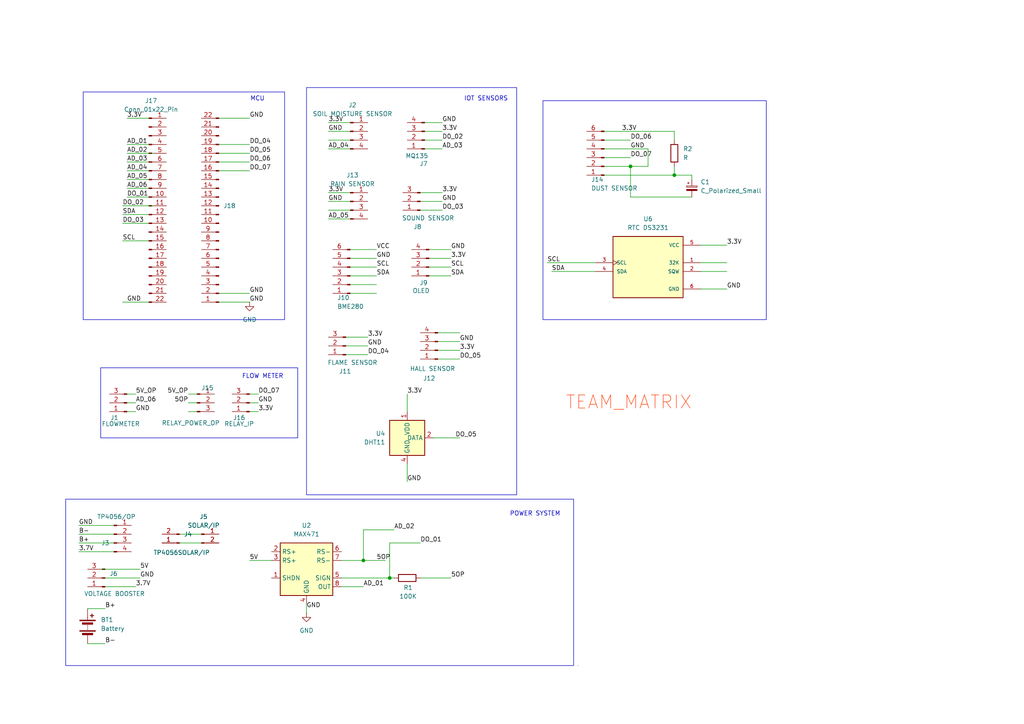
<source format=kicad_sch>
(kicad_sch
	(version 20250114)
	(generator "eeschema")
	(generator_version "9.0")
	(uuid "251fd7c2-e6f8-444f-9bbd-d12d8bdd3f85")
	(paper "A4")
	(lib_symbols
		(symbol "Amplifier_Current:MAX471"
			(exclude_from_sim no)
			(in_bom yes)
			(on_board yes)
			(property "Reference" "U"
				(at -7.62 8.89 0)
				(effects
					(font
						(size 1.27 1.27)
					)
					(justify left)
				)
			)
			(property "Value" "MAX471"
				(at 0 8.89 0)
				(effects
					(font
						(size 1.27 1.27)
					)
					(justify left)
				)
			)
			(property "Footprint" ""
				(at 0 0 0)
				(effects
					(font
						(size 1.27 1.27)
					)
					(hide yes)
				)
			)
			(property "Datasheet" "http://pdfserv.maximintegrated.com/en/ds/MAX471-MAX472.pdf"
				(at 0 0 0)
				(effects
					(font
						(size 1.27 1.27)
					)
					(hide yes)
				)
			)
			(property "Description" "Precision, High-Side, Current-Sense Amplifiers, DIP-8/SOIC-8"
				(at 0 0 0)
				(effects
					(font
						(size 1.27 1.27)
					)
					(hide yes)
				)
			)
			(property "ki_keywords" "current sense amplifier"
				(at 0 0 0)
				(effects
					(font
						(size 1.27 1.27)
					)
					(hide yes)
				)
			)
			(property "ki_fp_filters" "SOIC*3.9x4.9mm*P1.27mm* DIP*W7.62mm*"
				(at 0 0 0)
				(effects
					(font
						(size 1.27 1.27)
					)
					(hide yes)
				)
			)
			(symbol "MAX471_0_1"
				(rectangle
					(start -7.62 7.62)
					(end 7.62 -7.62)
					(stroke
						(width 0.254)
						(type default)
					)
					(fill
						(type background)
					)
				)
			)
			(symbol "MAX471_1_1"
				(pin input line
					(at -10.16 5.08 0)
					(length 2.54)
					(name "RS+"
						(effects
							(font
								(size 1.27 1.27)
							)
						)
					)
					(number "2"
						(effects
							(font
								(size 1.27 1.27)
							)
						)
					)
				)
				(pin input line
					(at -10.16 2.54 0)
					(length 2.54)
					(name "RS+"
						(effects
							(font
								(size 1.27 1.27)
							)
						)
					)
					(number "3"
						(effects
							(font
								(size 1.27 1.27)
							)
						)
					)
				)
				(pin input line
					(at -10.16 -2.54 0)
					(length 2.54)
					(name "SHDN"
						(effects
							(font
								(size 1.27 1.27)
							)
						)
					)
					(number "1"
						(effects
							(font
								(size 1.27 1.27)
							)
						)
					)
				)
				(pin power_in line
					(at 0 -10.16 90)
					(length 2.54)
					(name "GND"
						(effects
							(font
								(size 1.27 1.27)
							)
						)
					)
					(number "4"
						(effects
							(font
								(size 1.27 1.27)
							)
						)
					)
				)
				(pin input line
					(at 10.16 5.08 180)
					(length 2.54)
					(name "RS-"
						(effects
							(font
								(size 1.27 1.27)
							)
						)
					)
					(number "6"
						(effects
							(font
								(size 1.27 1.27)
							)
						)
					)
				)
				(pin input line
					(at 10.16 2.54 180)
					(length 2.54)
					(name "RS-"
						(effects
							(font
								(size 1.27 1.27)
							)
						)
					)
					(number "7"
						(effects
							(font
								(size 1.27 1.27)
							)
						)
					)
				)
				(pin open_collector line
					(at 10.16 -2.54 180)
					(length 2.54)
					(name "SIGN"
						(effects
							(font
								(size 1.27 1.27)
							)
						)
					)
					(number "5"
						(effects
							(font
								(size 1.27 1.27)
							)
						)
					)
				)
				(pin output line
					(at 10.16 -5.08 180)
					(length 2.54)
					(name "OUT"
						(effects
							(font
								(size 1.27 1.27)
							)
						)
					)
					(number "8"
						(effects
							(font
								(size 1.27 1.27)
							)
						)
					)
				)
			)
			(embedded_fonts no)
		)
		(symbol "Connector:Conn_01x02_Pin"
			(pin_names
				(offset 1.016)
				(hide yes)
			)
			(exclude_from_sim no)
			(in_bom yes)
			(on_board yes)
			(property "Reference" "J"
				(at 0 2.54 0)
				(effects
					(font
						(size 1.27 1.27)
					)
				)
			)
			(property "Value" "Conn_01x02_Pin"
				(at 0 -5.08 0)
				(effects
					(font
						(size 1.27 1.27)
					)
				)
			)
			(property "Footprint" ""
				(at 0 0 0)
				(effects
					(font
						(size 1.27 1.27)
					)
					(hide yes)
				)
			)
			(property "Datasheet" "~"
				(at 0 0 0)
				(effects
					(font
						(size 1.27 1.27)
					)
					(hide yes)
				)
			)
			(property "Description" "Generic connector, single row, 01x02, script generated"
				(at 0 0 0)
				(effects
					(font
						(size 1.27 1.27)
					)
					(hide yes)
				)
			)
			(property "ki_locked" ""
				(at 0 0 0)
				(effects
					(font
						(size 1.27 1.27)
					)
				)
			)
			(property "ki_keywords" "connector"
				(at 0 0 0)
				(effects
					(font
						(size 1.27 1.27)
					)
					(hide yes)
				)
			)
			(property "ki_fp_filters" "Connector*:*_1x??_*"
				(at 0 0 0)
				(effects
					(font
						(size 1.27 1.27)
					)
					(hide yes)
				)
			)
			(symbol "Conn_01x02_Pin_1_1"
				(rectangle
					(start 0.8636 0.127)
					(end 0 -0.127)
					(stroke
						(width 0.1524)
						(type default)
					)
					(fill
						(type outline)
					)
				)
				(rectangle
					(start 0.8636 -2.413)
					(end 0 -2.667)
					(stroke
						(width 0.1524)
						(type default)
					)
					(fill
						(type outline)
					)
				)
				(polyline
					(pts
						(xy 1.27 0) (xy 0.8636 0)
					)
					(stroke
						(width 0.1524)
						(type default)
					)
					(fill
						(type none)
					)
				)
				(polyline
					(pts
						(xy 1.27 -2.54) (xy 0.8636 -2.54)
					)
					(stroke
						(width 0.1524)
						(type default)
					)
					(fill
						(type none)
					)
				)
				(pin passive line
					(at 5.08 0 180)
					(length 3.81)
					(name "Pin_1"
						(effects
							(font
								(size 1.27 1.27)
							)
						)
					)
					(number "1"
						(effects
							(font
								(size 1.27 1.27)
							)
						)
					)
				)
				(pin passive line
					(at 5.08 -2.54 180)
					(length 3.81)
					(name "Pin_2"
						(effects
							(font
								(size 1.27 1.27)
							)
						)
					)
					(number "2"
						(effects
							(font
								(size 1.27 1.27)
							)
						)
					)
				)
			)
			(embedded_fonts no)
		)
		(symbol "Connector:Conn_01x03_Pin"
			(pin_names
				(offset 1.016)
				(hide yes)
			)
			(exclude_from_sim no)
			(in_bom yes)
			(on_board yes)
			(property "Reference" "J"
				(at 0 5.08 0)
				(effects
					(font
						(size 1.27 1.27)
					)
				)
			)
			(property "Value" "Conn_01x03_Pin"
				(at 0 -5.08 0)
				(effects
					(font
						(size 1.27 1.27)
					)
				)
			)
			(property "Footprint" ""
				(at 0 0 0)
				(effects
					(font
						(size 1.27 1.27)
					)
					(hide yes)
				)
			)
			(property "Datasheet" "~"
				(at 0 0 0)
				(effects
					(font
						(size 1.27 1.27)
					)
					(hide yes)
				)
			)
			(property "Description" "Generic connector, single row, 01x03, script generated"
				(at 0 0 0)
				(effects
					(font
						(size 1.27 1.27)
					)
					(hide yes)
				)
			)
			(property "ki_locked" ""
				(at 0 0 0)
				(effects
					(font
						(size 1.27 1.27)
					)
				)
			)
			(property "ki_keywords" "connector"
				(at 0 0 0)
				(effects
					(font
						(size 1.27 1.27)
					)
					(hide yes)
				)
			)
			(property "ki_fp_filters" "Connector*:*_1x??_*"
				(at 0 0 0)
				(effects
					(font
						(size 1.27 1.27)
					)
					(hide yes)
				)
			)
			(symbol "Conn_01x03_Pin_1_1"
				(rectangle
					(start 0.8636 2.667)
					(end 0 2.413)
					(stroke
						(width 0.1524)
						(type default)
					)
					(fill
						(type outline)
					)
				)
				(rectangle
					(start 0.8636 0.127)
					(end 0 -0.127)
					(stroke
						(width 0.1524)
						(type default)
					)
					(fill
						(type outline)
					)
				)
				(rectangle
					(start 0.8636 -2.413)
					(end 0 -2.667)
					(stroke
						(width 0.1524)
						(type default)
					)
					(fill
						(type outline)
					)
				)
				(polyline
					(pts
						(xy 1.27 2.54) (xy 0.8636 2.54)
					)
					(stroke
						(width 0.1524)
						(type default)
					)
					(fill
						(type none)
					)
				)
				(polyline
					(pts
						(xy 1.27 0) (xy 0.8636 0)
					)
					(stroke
						(width 0.1524)
						(type default)
					)
					(fill
						(type none)
					)
				)
				(polyline
					(pts
						(xy 1.27 -2.54) (xy 0.8636 -2.54)
					)
					(stroke
						(width 0.1524)
						(type default)
					)
					(fill
						(type none)
					)
				)
				(pin passive line
					(at 5.08 2.54 180)
					(length 3.81)
					(name "Pin_1"
						(effects
							(font
								(size 1.27 1.27)
							)
						)
					)
					(number "1"
						(effects
							(font
								(size 1.27 1.27)
							)
						)
					)
				)
				(pin passive line
					(at 5.08 0 180)
					(length 3.81)
					(name "Pin_2"
						(effects
							(font
								(size 1.27 1.27)
							)
						)
					)
					(number "2"
						(effects
							(font
								(size 1.27 1.27)
							)
						)
					)
				)
				(pin passive line
					(at 5.08 -2.54 180)
					(length 3.81)
					(name "Pin_3"
						(effects
							(font
								(size 1.27 1.27)
							)
						)
					)
					(number "3"
						(effects
							(font
								(size 1.27 1.27)
							)
						)
					)
				)
			)
			(embedded_fonts no)
		)
		(symbol "Connector:Conn_01x04_Pin"
			(pin_names
				(offset 1.016)
				(hide yes)
			)
			(exclude_from_sim no)
			(in_bom yes)
			(on_board yes)
			(property "Reference" "J"
				(at 0 5.08 0)
				(effects
					(font
						(size 1.27 1.27)
					)
				)
			)
			(property "Value" "Conn_01x04_Pin"
				(at 0 -7.62 0)
				(effects
					(font
						(size 1.27 1.27)
					)
				)
			)
			(property "Footprint" ""
				(at 0 0 0)
				(effects
					(font
						(size 1.27 1.27)
					)
					(hide yes)
				)
			)
			(property "Datasheet" "~"
				(at 0 0 0)
				(effects
					(font
						(size 1.27 1.27)
					)
					(hide yes)
				)
			)
			(property "Description" "Generic connector, single row, 01x04, script generated"
				(at 0 0 0)
				(effects
					(font
						(size 1.27 1.27)
					)
					(hide yes)
				)
			)
			(property "ki_locked" ""
				(at 0 0 0)
				(effects
					(font
						(size 1.27 1.27)
					)
				)
			)
			(property "ki_keywords" "connector"
				(at 0 0 0)
				(effects
					(font
						(size 1.27 1.27)
					)
					(hide yes)
				)
			)
			(property "ki_fp_filters" "Connector*:*_1x??_*"
				(at 0 0 0)
				(effects
					(font
						(size 1.27 1.27)
					)
					(hide yes)
				)
			)
			(symbol "Conn_01x04_Pin_1_1"
				(rectangle
					(start 0.8636 2.667)
					(end 0 2.413)
					(stroke
						(width 0.1524)
						(type default)
					)
					(fill
						(type outline)
					)
				)
				(rectangle
					(start 0.8636 0.127)
					(end 0 -0.127)
					(stroke
						(width 0.1524)
						(type default)
					)
					(fill
						(type outline)
					)
				)
				(rectangle
					(start 0.8636 -2.413)
					(end 0 -2.667)
					(stroke
						(width 0.1524)
						(type default)
					)
					(fill
						(type outline)
					)
				)
				(rectangle
					(start 0.8636 -4.953)
					(end 0 -5.207)
					(stroke
						(width 0.1524)
						(type default)
					)
					(fill
						(type outline)
					)
				)
				(polyline
					(pts
						(xy 1.27 2.54) (xy 0.8636 2.54)
					)
					(stroke
						(width 0.1524)
						(type default)
					)
					(fill
						(type none)
					)
				)
				(polyline
					(pts
						(xy 1.27 0) (xy 0.8636 0)
					)
					(stroke
						(width 0.1524)
						(type default)
					)
					(fill
						(type none)
					)
				)
				(polyline
					(pts
						(xy 1.27 -2.54) (xy 0.8636 -2.54)
					)
					(stroke
						(width 0.1524)
						(type default)
					)
					(fill
						(type none)
					)
				)
				(polyline
					(pts
						(xy 1.27 -5.08) (xy 0.8636 -5.08)
					)
					(stroke
						(width 0.1524)
						(type default)
					)
					(fill
						(type none)
					)
				)
				(pin passive line
					(at 5.08 2.54 180)
					(length 3.81)
					(name "Pin_1"
						(effects
							(font
								(size 1.27 1.27)
							)
						)
					)
					(number "1"
						(effects
							(font
								(size 1.27 1.27)
							)
						)
					)
				)
				(pin passive line
					(at 5.08 0 180)
					(length 3.81)
					(name "Pin_2"
						(effects
							(font
								(size 1.27 1.27)
							)
						)
					)
					(number "2"
						(effects
							(font
								(size 1.27 1.27)
							)
						)
					)
				)
				(pin passive line
					(at 5.08 -2.54 180)
					(length 3.81)
					(name "Pin_3"
						(effects
							(font
								(size 1.27 1.27)
							)
						)
					)
					(number "3"
						(effects
							(font
								(size 1.27 1.27)
							)
						)
					)
				)
				(pin passive line
					(at 5.08 -5.08 180)
					(length 3.81)
					(name "Pin_4"
						(effects
							(font
								(size 1.27 1.27)
							)
						)
					)
					(number "4"
						(effects
							(font
								(size 1.27 1.27)
							)
						)
					)
				)
			)
			(embedded_fonts no)
		)
		(symbol "Connector:Conn_01x06_Pin"
			(pin_names
				(offset 1.016)
				(hide yes)
			)
			(exclude_from_sim no)
			(in_bom yes)
			(on_board yes)
			(property "Reference" "J"
				(at 0 7.62 0)
				(effects
					(font
						(size 1.27 1.27)
					)
				)
			)
			(property "Value" "Conn_01x06_Pin"
				(at 0 -10.16 0)
				(effects
					(font
						(size 1.27 1.27)
					)
				)
			)
			(property "Footprint" ""
				(at 0 0 0)
				(effects
					(font
						(size 1.27 1.27)
					)
					(hide yes)
				)
			)
			(property "Datasheet" "~"
				(at 0 0 0)
				(effects
					(font
						(size 1.27 1.27)
					)
					(hide yes)
				)
			)
			(property "Description" "Generic connector, single row, 01x06, script generated"
				(at 0 0 0)
				(effects
					(font
						(size 1.27 1.27)
					)
					(hide yes)
				)
			)
			(property "ki_locked" ""
				(at 0 0 0)
				(effects
					(font
						(size 1.27 1.27)
					)
				)
			)
			(property "ki_keywords" "connector"
				(at 0 0 0)
				(effects
					(font
						(size 1.27 1.27)
					)
					(hide yes)
				)
			)
			(property "ki_fp_filters" "Connector*:*_1x??_*"
				(at 0 0 0)
				(effects
					(font
						(size 1.27 1.27)
					)
					(hide yes)
				)
			)
			(symbol "Conn_01x06_Pin_1_1"
				(rectangle
					(start 0.8636 5.207)
					(end 0 4.953)
					(stroke
						(width 0.1524)
						(type default)
					)
					(fill
						(type outline)
					)
				)
				(rectangle
					(start 0.8636 2.667)
					(end 0 2.413)
					(stroke
						(width 0.1524)
						(type default)
					)
					(fill
						(type outline)
					)
				)
				(rectangle
					(start 0.8636 0.127)
					(end 0 -0.127)
					(stroke
						(width 0.1524)
						(type default)
					)
					(fill
						(type outline)
					)
				)
				(rectangle
					(start 0.8636 -2.413)
					(end 0 -2.667)
					(stroke
						(width 0.1524)
						(type default)
					)
					(fill
						(type outline)
					)
				)
				(rectangle
					(start 0.8636 -4.953)
					(end 0 -5.207)
					(stroke
						(width 0.1524)
						(type default)
					)
					(fill
						(type outline)
					)
				)
				(rectangle
					(start 0.8636 -7.493)
					(end 0 -7.747)
					(stroke
						(width 0.1524)
						(type default)
					)
					(fill
						(type outline)
					)
				)
				(polyline
					(pts
						(xy 1.27 5.08) (xy 0.8636 5.08)
					)
					(stroke
						(width 0.1524)
						(type default)
					)
					(fill
						(type none)
					)
				)
				(polyline
					(pts
						(xy 1.27 2.54) (xy 0.8636 2.54)
					)
					(stroke
						(width 0.1524)
						(type default)
					)
					(fill
						(type none)
					)
				)
				(polyline
					(pts
						(xy 1.27 0) (xy 0.8636 0)
					)
					(stroke
						(width 0.1524)
						(type default)
					)
					(fill
						(type none)
					)
				)
				(polyline
					(pts
						(xy 1.27 -2.54) (xy 0.8636 -2.54)
					)
					(stroke
						(width 0.1524)
						(type default)
					)
					(fill
						(type none)
					)
				)
				(polyline
					(pts
						(xy 1.27 -5.08) (xy 0.8636 -5.08)
					)
					(stroke
						(width 0.1524)
						(type default)
					)
					(fill
						(type none)
					)
				)
				(polyline
					(pts
						(xy 1.27 -7.62) (xy 0.8636 -7.62)
					)
					(stroke
						(width 0.1524)
						(type default)
					)
					(fill
						(type none)
					)
				)
				(pin passive line
					(at 5.08 5.08 180)
					(length 3.81)
					(name "Pin_1"
						(effects
							(font
								(size 1.27 1.27)
							)
						)
					)
					(number "1"
						(effects
							(font
								(size 1.27 1.27)
							)
						)
					)
				)
				(pin passive line
					(at 5.08 2.54 180)
					(length 3.81)
					(name "Pin_2"
						(effects
							(font
								(size 1.27 1.27)
							)
						)
					)
					(number "2"
						(effects
							(font
								(size 1.27 1.27)
							)
						)
					)
				)
				(pin passive line
					(at 5.08 0 180)
					(length 3.81)
					(name "Pin_3"
						(effects
							(font
								(size 1.27 1.27)
							)
						)
					)
					(number "3"
						(effects
							(font
								(size 1.27 1.27)
							)
						)
					)
				)
				(pin passive line
					(at 5.08 -2.54 180)
					(length 3.81)
					(name "Pin_4"
						(effects
							(font
								(size 1.27 1.27)
							)
						)
					)
					(number "4"
						(effects
							(font
								(size 1.27 1.27)
							)
						)
					)
				)
				(pin passive line
					(at 5.08 -5.08 180)
					(length 3.81)
					(name "Pin_5"
						(effects
							(font
								(size 1.27 1.27)
							)
						)
					)
					(number "5"
						(effects
							(font
								(size 1.27 1.27)
							)
						)
					)
				)
				(pin passive line
					(at 5.08 -7.62 180)
					(length 3.81)
					(name "Pin_6"
						(effects
							(font
								(size 1.27 1.27)
							)
						)
					)
					(number "6"
						(effects
							(font
								(size 1.27 1.27)
							)
						)
					)
				)
			)
			(embedded_fonts no)
		)
		(symbol "Connector:Conn_01x22_Pin"
			(pin_names
				(offset 1.016)
				(hide yes)
			)
			(exclude_from_sim no)
			(in_bom yes)
			(on_board yes)
			(property "Reference" "J"
				(at 0 27.94 0)
				(effects
					(font
						(size 1.27 1.27)
					)
				)
			)
			(property "Value" "Conn_01x22_Pin"
				(at 0 -30.48 0)
				(effects
					(font
						(size 1.27 1.27)
					)
				)
			)
			(property "Footprint" ""
				(at 0 0 0)
				(effects
					(font
						(size 1.27 1.27)
					)
					(hide yes)
				)
			)
			(property "Datasheet" "~"
				(at 0 0 0)
				(effects
					(font
						(size 1.27 1.27)
					)
					(hide yes)
				)
			)
			(property "Description" "Generic connector, single row, 01x22, script generated"
				(at 0 0 0)
				(effects
					(font
						(size 1.27 1.27)
					)
					(hide yes)
				)
			)
			(property "ki_locked" ""
				(at 0 0 0)
				(effects
					(font
						(size 1.27 1.27)
					)
				)
			)
			(property "ki_keywords" "connector"
				(at 0 0 0)
				(effects
					(font
						(size 1.27 1.27)
					)
					(hide yes)
				)
			)
			(property "ki_fp_filters" "Connector*:*_1x??_*"
				(at 0 0 0)
				(effects
					(font
						(size 1.27 1.27)
					)
					(hide yes)
				)
			)
			(symbol "Conn_01x22_Pin_1_1"
				(rectangle
					(start 0.8636 25.527)
					(end 0 25.273)
					(stroke
						(width 0.1524)
						(type default)
					)
					(fill
						(type outline)
					)
				)
				(rectangle
					(start 0.8636 22.987)
					(end 0 22.733)
					(stroke
						(width 0.1524)
						(type default)
					)
					(fill
						(type outline)
					)
				)
				(rectangle
					(start 0.8636 20.447)
					(end 0 20.193)
					(stroke
						(width 0.1524)
						(type default)
					)
					(fill
						(type outline)
					)
				)
				(rectangle
					(start 0.8636 17.907)
					(end 0 17.653)
					(stroke
						(width 0.1524)
						(type default)
					)
					(fill
						(type outline)
					)
				)
				(rectangle
					(start 0.8636 15.367)
					(end 0 15.113)
					(stroke
						(width 0.1524)
						(type default)
					)
					(fill
						(type outline)
					)
				)
				(rectangle
					(start 0.8636 12.827)
					(end 0 12.573)
					(stroke
						(width 0.1524)
						(type default)
					)
					(fill
						(type outline)
					)
				)
				(rectangle
					(start 0.8636 10.287)
					(end 0 10.033)
					(stroke
						(width 0.1524)
						(type default)
					)
					(fill
						(type outline)
					)
				)
				(rectangle
					(start 0.8636 7.747)
					(end 0 7.493)
					(stroke
						(width 0.1524)
						(type default)
					)
					(fill
						(type outline)
					)
				)
				(rectangle
					(start 0.8636 5.207)
					(end 0 4.953)
					(stroke
						(width 0.1524)
						(type default)
					)
					(fill
						(type outline)
					)
				)
				(rectangle
					(start 0.8636 2.667)
					(end 0 2.413)
					(stroke
						(width 0.1524)
						(type default)
					)
					(fill
						(type outline)
					)
				)
				(rectangle
					(start 0.8636 0.127)
					(end 0 -0.127)
					(stroke
						(width 0.1524)
						(type default)
					)
					(fill
						(type outline)
					)
				)
				(rectangle
					(start 0.8636 -2.413)
					(end 0 -2.667)
					(stroke
						(width 0.1524)
						(type default)
					)
					(fill
						(type outline)
					)
				)
				(rectangle
					(start 0.8636 -4.953)
					(end 0 -5.207)
					(stroke
						(width 0.1524)
						(type default)
					)
					(fill
						(type outline)
					)
				)
				(rectangle
					(start 0.8636 -7.493)
					(end 0 -7.747)
					(stroke
						(width 0.1524)
						(type default)
					)
					(fill
						(type outline)
					)
				)
				(rectangle
					(start 0.8636 -10.033)
					(end 0 -10.287)
					(stroke
						(width 0.1524)
						(type default)
					)
					(fill
						(type outline)
					)
				)
				(rectangle
					(start 0.8636 -12.573)
					(end 0 -12.827)
					(stroke
						(width 0.1524)
						(type default)
					)
					(fill
						(type outline)
					)
				)
				(rectangle
					(start 0.8636 -15.113)
					(end 0 -15.367)
					(stroke
						(width 0.1524)
						(type default)
					)
					(fill
						(type outline)
					)
				)
				(rectangle
					(start 0.8636 -17.653)
					(end 0 -17.907)
					(stroke
						(width 0.1524)
						(type default)
					)
					(fill
						(type outline)
					)
				)
				(rectangle
					(start 0.8636 -20.193)
					(end 0 -20.447)
					(stroke
						(width 0.1524)
						(type default)
					)
					(fill
						(type outline)
					)
				)
				(rectangle
					(start 0.8636 -22.733)
					(end 0 -22.987)
					(stroke
						(width 0.1524)
						(type default)
					)
					(fill
						(type outline)
					)
				)
				(rectangle
					(start 0.8636 -25.273)
					(end 0 -25.527)
					(stroke
						(width 0.1524)
						(type default)
					)
					(fill
						(type outline)
					)
				)
				(rectangle
					(start 0.8636 -27.813)
					(end 0 -28.067)
					(stroke
						(width 0.1524)
						(type default)
					)
					(fill
						(type outline)
					)
				)
				(polyline
					(pts
						(xy 1.27 25.4) (xy 0.8636 25.4)
					)
					(stroke
						(width 0.1524)
						(type default)
					)
					(fill
						(type none)
					)
				)
				(polyline
					(pts
						(xy 1.27 22.86) (xy 0.8636 22.86)
					)
					(stroke
						(width 0.1524)
						(type default)
					)
					(fill
						(type none)
					)
				)
				(polyline
					(pts
						(xy 1.27 20.32) (xy 0.8636 20.32)
					)
					(stroke
						(width 0.1524)
						(type default)
					)
					(fill
						(type none)
					)
				)
				(polyline
					(pts
						(xy 1.27 17.78) (xy 0.8636 17.78)
					)
					(stroke
						(width 0.1524)
						(type default)
					)
					(fill
						(type none)
					)
				)
				(polyline
					(pts
						(xy 1.27 15.24) (xy 0.8636 15.24)
					)
					(stroke
						(width 0.1524)
						(type default)
					)
					(fill
						(type none)
					)
				)
				(polyline
					(pts
						(xy 1.27 12.7) (xy 0.8636 12.7)
					)
					(stroke
						(width 0.1524)
						(type default)
					)
					(fill
						(type none)
					)
				)
				(polyline
					(pts
						(xy 1.27 10.16) (xy 0.8636 10.16)
					)
					(stroke
						(width 0.1524)
						(type default)
					)
					(fill
						(type none)
					)
				)
				(polyline
					(pts
						(xy 1.27 7.62) (xy 0.8636 7.62)
					)
					(stroke
						(width 0.1524)
						(type default)
					)
					(fill
						(type none)
					)
				)
				(polyline
					(pts
						(xy 1.27 5.08) (xy 0.8636 5.08)
					)
					(stroke
						(width 0.1524)
						(type default)
					)
					(fill
						(type none)
					)
				)
				(polyline
					(pts
						(xy 1.27 2.54) (xy 0.8636 2.54)
					)
					(stroke
						(width 0.1524)
						(type default)
					)
					(fill
						(type none)
					)
				)
				(polyline
					(pts
						(xy 1.27 0) (xy 0.8636 0)
					)
					(stroke
						(width 0.1524)
						(type default)
					)
					(fill
						(type none)
					)
				)
				(polyline
					(pts
						(xy 1.27 -2.54) (xy 0.8636 -2.54)
					)
					(stroke
						(width 0.1524)
						(type default)
					)
					(fill
						(type none)
					)
				)
				(polyline
					(pts
						(xy 1.27 -5.08) (xy 0.8636 -5.08)
					)
					(stroke
						(width 0.1524)
						(type default)
					)
					(fill
						(type none)
					)
				)
				(polyline
					(pts
						(xy 1.27 -7.62) (xy 0.8636 -7.62)
					)
					(stroke
						(width 0.1524)
						(type default)
					)
					(fill
						(type none)
					)
				)
				(polyline
					(pts
						(xy 1.27 -10.16) (xy 0.8636 -10.16)
					)
					(stroke
						(width 0.1524)
						(type default)
					)
					(fill
						(type none)
					)
				)
				(polyline
					(pts
						(xy 1.27 -12.7) (xy 0.8636 -12.7)
					)
					(stroke
						(width 0.1524)
						(type default)
					)
					(fill
						(type none)
					)
				)
				(polyline
					(pts
						(xy 1.27 -15.24) (xy 0.8636 -15.24)
					)
					(stroke
						(width 0.1524)
						(type default)
					)
					(fill
						(type none)
					)
				)
				(polyline
					(pts
						(xy 1.27 -17.78) (xy 0.8636 -17.78)
					)
					(stroke
						(width 0.1524)
						(type default)
					)
					(fill
						(type none)
					)
				)
				(polyline
					(pts
						(xy 1.27 -20.32) (xy 0.8636 -20.32)
					)
					(stroke
						(width 0.1524)
						(type default)
					)
					(fill
						(type none)
					)
				)
				(polyline
					(pts
						(xy 1.27 -22.86) (xy 0.8636 -22.86)
					)
					(stroke
						(width 0.1524)
						(type default)
					)
					(fill
						(type none)
					)
				)
				(polyline
					(pts
						(xy 1.27 -25.4) (xy 0.8636 -25.4)
					)
					(stroke
						(width 0.1524)
						(type default)
					)
					(fill
						(type none)
					)
				)
				(polyline
					(pts
						(xy 1.27 -27.94) (xy 0.8636 -27.94)
					)
					(stroke
						(width 0.1524)
						(type default)
					)
					(fill
						(type none)
					)
				)
				(pin passive line
					(at 5.08 25.4 180)
					(length 3.81)
					(name "Pin_1"
						(effects
							(font
								(size 1.27 1.27)
							)
						)
					)
					(number "1"
						(effects
							(font
								(size 1.27 1.27)
							)
						)
					)
				)
				(pin passive line
					(at 5.08 22.86 180)
					(length 3.81)
					(name "Pin_2"
						(effects
							(font
								(size 1.27 1.27)
							)
						)
					)
					(number "2"
						(effects
							(font
								(size 1.27 1.27)
							)
						)
					)
				)
				(pin passive line
					(at 5.08 20.32 180)
					(length 3.81)
					(name "Pin_3"
						(effects
							(font
								(size 1.27 1.27)
							)
						)
					)
					(number "3"
						(effects
							(font
								(size 1.27 1.27)
							)
						)
					)
				)
				(pin passive line
					(at 5.08 17.78 180)
					(length 3.81)
					(name "Pin_4"
						(effects
							(font
								(size 1.27 1.27)
							)
						)
					)
					(number "4"
						(effects
							(font
								(size 1.27 1.27)
							)
						)
					)
				)
				(pin passive line
					(at 5.08 15.24 180)
					(length 3.81)
					(name "Pin_5"
						(effects
							(font
								(size 1.27 1.27)
							)
						)
					)
					(number "5"
						(effects
							(font
								(size 1.27 1.27)
							)
						)
					)
				)
				(pin passive line
					(at 5.08 12.7 180)
					(length 3.81)
					(name "Pin_6"
						(effects
							(font
								(size 1.27 1.27)
							)
						)
					)
					(number "6"
						(effects
							(font
								(size 1.27 1.27)
							)
						)
					)
				)
				(pin passive line
					(at 5.08 10.16 180)
					(length 3.81)
					(name "Pin_7"
						(effects
							(font
								(size 1.27 1.27)
							)
						)
					)
					(number "7"
						(effects
							(font
								(size 1.27 1.27)
							)
						)
					)
				)
				(pin passive line
					(at 5.08 7.62 180)
					(length 3.81)
					(name "Pin_8"
						(effects
							(font
								(size 1.27 1.27)
							)
						)
					)
					(number "8"
						(effects
							(font
								(size 1.27 1.27)
							)
						)
					)
				)
				(pin passive line
					(at 5.08 5.08 180)
					(length 3.81)
					(name "Pin_9"
						(effects
							(font
								(size 1.27 1.27)
							)
						)
					)
					(number "9"
						(effects
							(font
								(size 1.27 1.27)
							)
						)
					)
				)
				(pin passive line
					(at 5.08 2.54 180)
					(length 3.81)
					(name "Pin_10"
						(effects
							(font
								(size 1.27 1.27)
							)
						)
					)
					(number "10"
						(effects
							(font
								(size 1.27 1.27)
							)
						)
					)
				)
				(pin passive line
					(at 5.08 0 180)
					(length 3.81)
					(name "Pin_11"
						(effects
							(font
								(size 1.27 1.27)
							)
						)
					)
					(number "11"
						(effects
							(font
								(size 1.27 1.27)
							)
						)
					)
				)
				(pin passive line
					(at 5.08 -2.54 180)
					(length 3.81)
					(name "Pin_12"
						(effects
							(font
								(size 1.27 1.27)
							)
						)
					)
					(number "12"
						(effects
							(font
								(size 1.27 1.27)
							)
						)
					)
				)
				(pin passive line
					(at 5.08 -5.08 180)
					(length 3.81)
					(name "Pin_13"
						(effects
							(font
								(size 1.27 1.27)
							)
						)
					)
					(number "13"
						(effects
							(font
								(size 1.27 1.27)
							)
						)
					)
				)
				(pin passive line
					(at 5.08 -7.62 180)
					(length 3.81)
					(name "Pin_14"
						(effects
							(font
								(size 1.27 1.27)
							)
						)
					)
					(number "14"
						(effects
							(font
								(size 1.27 1.27)
							)
						)
					)
				)
				(pin passive line
					(at 5.08 -10.16 180)
					(length 3.81)
					(name "Pin_15"
						(effects
							(font
								(size 1.27 1.27)
							)
						)
					)
					(number "15"
						(effects
							(font
								(size 1.27 1.27)
							)
						)
					)
				)
				(pin passive line
					(at 5.08 -12.7 180)
					(length 3.81)
					(name "Pin_16"
						(effects
							(font
								(size 1.27 1.27)
							)
						)
					)
					(number "16"
						(effects
							(font
								(size 1.27 1.27)
							)
						)
					)
				)
				(pin passive line
					(at 5.08 -15.24 180)
					(length 3.81)
					(name "Pin_17"
						(effects
							(font
								(size 1.27 1.27)
							)
						)
					)
					(number "17"
						(effects
							(font
								(size 1.27 1.27)
							)
						)
					)
				)
				(pin passive line
					(at 5.08 -17.78 180)
					(length 3.81)
					(name "Pin_18"
						(effects
							(font
								(size 1.27 1.27)
							)
						)
					)
					(number "18"
						(effects
							(font
								(size 1.27 1.27)
							)
						)
					)
				)
				(pin passive line
					(at 5.08 -20.32 180)
					(length 3.81)
					(name "Pin_19"
						(effects
							(font
								(size 1.27 1.27)
							)
						)
					)
					(number "19"
						(effects
							(font
								(size 1.27 1.27)
							)
						)
					)
				)
				(pin passive line
					(at 5.08 -22.86 180)
					(length 3.81)
					(name "Pin_20"
						(effects
							(font
								(size 1.27 1.27)
							)
						)
					)
					(number "20"
						(effects
							(font
								(size 1.27 1.27)
							)
						)
					)
				)
				(pin passive line
					(at 5.08 -25.4 180)
					(length 3.81)
					(name "Pin_21"
						(effects
							(font
								(size 1.27 1.27)
							)
						)
					)
					(number "21"
						(effects
							(font
								(size 1.27 1.27)
							)
						)
					)
				)
				(pin passive line
					(at 5.08 -27.94 180)
					(length 3.81)
					(name "Pin_22"
						(effects
							(font
								(size 1.27 1.27)
							)
						)
					)
					(number "22"
						(effects
							(font
								(size 1.27 1.27)
							)
						)
					)
				)
			)
			(embedded_fonts no)
		)
		(symbol "Device:Battery"
			(pin_numbers
				(hide yes)
			)
			(pin_names
				(offset 0)
				(hide yes)
			)
			(exclude_from_sim no)
			(in_bom yes)
			(on_board yes)
			(property "Reference" "BT"
				(at 2.54 2.54 0)
				(effects
					(font
						(size 1.27 1.27)
					)
					(justify left)
				)
			)
			(property "Value" "Battery"
				(at 2.54 0 0)
				(effects
					(font
						(size 1.27 1.27)
					)
					(justify left)
				)
			)
			(property "Footprint" ""
				(at 0 1.524 90)
				(effects
					(font
						(size 1.27 1.27)
					)
					(hide yes)
				)
			)
			(property "Datasheet" "~"
				(at 0 1.524 90)
				(effects
					(font
						(size 1.27 1.27)
					)
					(hide yes)
				)
			)
			(property "Description" "Multiple-cell battery"
				(at 0 0 0)
				(effects
					(font
						(size 1.27 1.27)
					)
					(hide yes)
				)
			)
			(property "ki_keywords" "batt voltage-source cell"
				(at 0 0 0)
				(effects
					(font
						(size 1.27 1.27)
					)
					(hide yes)
				)
			)
			(symbol "Battery_0_1"
				(rectangle
					(start -2.286 1.778)
					(end 2.286 1.524)
					(stroke
						(width 0)
						(type default)
					)
					(fill
						(type outline)
					)
				)
				(rectangle
					(start -2.286 -1.27)
					(end 2.286 -1.524)
					(stroke
						(width 0)
						(type default)
					)
					(fill
						(type outline)
					)
				)
				(rectangle
					(start -1.524 1.016)
					(end 1.524 0.508)
					(stroke
						(width 0)
						(type default)
					)
					(fill
						(type outline)
					)
				)
				(rectangle
					(start -1.524 -2.032)
					(end 1.524 -2.54)
					(stroke
						(width 0)
						(type default)
					)
					(fill
						(type outline)
					)
				)
				(polyline
					(pts
						(xy 0 1.778) (xy 0 2.54)
					)
					(stroke
						(width 0)
						(type default)
					)
					(fill
						(type none)
					)
				)
				(polyline
					(pts
						(xy 0 0) (xy 0 0.254)
					)
					(stroke
						(width 0)
						(type default)
					)
					(fill
						(type none)
					)
				)
				(polyline
					(pts
						(xy 0 -0.508) (xy 0 -0.254)
					)
					(stroke
						(width 0)
						(type default)
					)
					(fill
						(type none)
					)
				)
				(polyline
					(pts
						(xy 0 -1.016) (xy 0 -0.762)
					)
					(stroke
						(width 0)
						(type default)
					)
					(fill
						(type none)
					)
				)
				(polyline
					(pts
						(xy 0.762 3.048) (xy 1.778 3.048)
					)
					(stroke
						(width 0.254)
						(type default)
					)
					(fill
						(type none)
					)
				)
				(polyline
					(pts
						(xy 1.27 3.556) (xy 1.27 2.54)
					)
					(stroke
						(width 0.254)
						(type default)
					)
					(fill
						(type none)
					)
				)
			)
			(symbol "Battery_1_1"
				(pin passive line
					(at 0 5.08 270)
					(length 2.54)
					(name "+"
						(effects
							(font
								(size 1.27 1.27)
							)
						)
					)
					(number "1"
						(effects
							(font
								(size 1.27 1.27)
							)
						)
					)
				)
				(pin passive line
					(at 0 -5.08 90)
					(length 2.54)
					(name "-"
						(effects
							(font
								(size 1.27 1.27)
							)
						)
					)
					(number "2"
						(effects
							(font
								(size 1.27 1.27)
							)
						)
					)
				)
			)
			(embedded_fonts no)
		)
		(symbol "Device:C_Polarized_Small"
			(pin_numbers
				(hide yes)
			)
			(pin_names
				(offset 0.254)
				(hide yes)
			)
			(exclude_from_sim no)
			(in_bom yes)
			(on_board yes)
			(property "Reference" "C"
				(at 0.254 1.778 0)
				(effects
					(font
						(size 1.27 1.27)
					)
					(justify left)
				)
			)
			(property "Value" "C_Polarized_Small"
				(at 0.254 -2.032 0)
				(effects
					(font
						(size 1.27 1.27)
					)
					(justify left)
				)
			)
			(property "Footprint" ""
				(at 0 0 0)
				(effects
					(font
						(size 1.27 1.27)
					)
					(hide yes)
				)
			)
			(property "Datasheet" "~"
				(at 0 0 0)
				(effects
					(font
						(size 1.27 1.27)
					)
					(hide yes)
				)
			)
			(property "Description" "Polarized capacitor, small symbol"
				(at 0 0 0)
				(effects
					(font
						(size 1.27 1.27)
					)
					(hide yes)
				)
			)
			(property "ki_keywords" "cap capacitor"
				(at 0 0 0)
				(effects
					(font
						(size 1.27 1.27)
					)
					(hide yes)
				)
			)
			(property "ki_fp_filters" "CP_*"
				(at 0 0 0)
				(effects
					(font
						(size 1.27 1.27)
					)
					(hide yes)
				)
			)
			(symbol "C_Polarized_Small_0_1"
				(rectangle
					(start -1.524 0.6858)
					(end 1.524 0.3048)
					(stroke
						(width 0)
						(type default)
					)
					(fill
						(type none)
					)
				)
				(rectangle
					(start -1.524 -0.3048)
					(end 1.524 -0.6858)
					(stroke
						(width 0)
						(type default)
					)
					(fill
						(type outline)
					)
				)
				(polyline
					(pts
						(xy -1.27 1.524) (xy -0.762 1.524)
					)
					(stroke
						(width 0)
						(type default)
					)
					(fill
						(type none)
					)
				)
				(polyline
					(pts
						(xy -1.016 1.27) (xy -1.016 1.778)
					)
					(stroke
						(width 0)
						(type default)
					)
					(fill
						(type none)
					)
				)
			)
			(symbol "C_Polarized_Small_1_1"
				(pin passive line
					(at 0 2.54 270)
					(length 1.8542)
					(name "~"
						(effects
							(font
								(size 1.27 1.27)
							)
						)
					)
					(number "1"
						(effects
							(font
								(size 1.27 1.27)
							)
						)
					)
				)
				(pin passive line
					(at 0 -2.54 90)
					(length 1.8542)
					(name "~"
						(effects
							(font
								(size 1.27 1.27)
							)
						)
					)
					(number "2"
						(effects
							(font
								(size 1.27 1.27)
							)
						)
					)
				)
			)
			(embedded_fonts no)
		)
		(symbol "Device:R"
			(pin_numbers
				(hide yes)
			)
			(pin_names
				(offset 0)
			)
			(exclude_from_sim no)
			(in_bom yes)
			(on_board yes)
			(property "Reference" "R"
				(at 2.032 0 90)
				(effects
					(font
						(size 1.27 1.27)
					)
				)
			)
			(property "Value" "R"
				(at 0 0 90)
				(effects
					(font
						(size 1.27 1.27)
					)
				)
			)
			(property "Footprint" ""
				(at -1.778 0 90)
				(effects
					(font
						(size 1.27 1.27)
					)
					(hide yes)
				)
			)
			(property "Datasheet" "~"
				(at 0 0 0)
				(effects
					(font
						(size 1.27 1.27)
					)
					(hide yes)
				)
			)
			(property "Description" "Resistor"
				(at 0 0 0)
				(effects
					(font
						(size 1.27 1.27)
					)
					(hide yes)
				)
			)
			(property "ki_keywords" "R res resistor"
				(at 0 0 0)
				(effects
					(font
						(size 1.27 1.27)
					)
					(hide yes)
				)
			)
			(property "ki_fp_filters" "R_*"
				(at 0 0 0)
				(effects
					(font
						(size 1.27 1.27)
					)
					(hide yes)
				)
			)
			(symbol "R_0_1"
				(rectangle
					(start -1.016 -2.54)
					(end 1.016 2.54)
					(stroke
						(width 0.254)
						(type default)
					)
					(fill
						(type none)
					)
				)
			)
			(symbol "R_1_1"
				(pin passive line
					(at 0 3.81 270)
					(length 1.27)
					(name "~"
						(effects
							(font
								(size 1.27 1.27)
							)
						)
					)
					(number "1"
						(effects
							(font
								(size 1.27 1.27)
							)
						)
					)
				)
				(pin passive line
					(at 0 -3.81 90)
					(length 1.27)
					(name "~"
						(effects
							(font
								(size 1.27 1.27)
							)
						)
					)
					(number "2"
						(effects
							(font
								(size 1.27 1.27)
							)
						)
					)
				)
			)
			(embedded_fonts no)
		)
		(symbol "Sensor:DHT11"
			(exclude_from_sim no)
			(in_bom yes)
			(on_board yes)
			(property "Reference" "U"
				(at -3.81 6.35 0)
				(effects
					(font
						(size 1.27 1.27)
					)
				)
			)
			(property "Value" "DHT11"
				(at 3.81 6.35 0)
				(effects
					(font
						(size 1.27 1.27)
					)
				)
			)
			(property "Footprint" "Sensor:Aosong_DHT11_5.5x12.0_P2.54mm"
				(at 0 -10.16 0)
				(effects
					(font
						(size 1.27 1.27)
					)
					(hide yes)
				)
			)
			(property "Datasheet" "http://akizukidenshi.com/download/ds/aosong/DHT11.pdf"
				(at 3.81 6.35 0)
				(effects
					(font
						(size 1.27 1.27)
					)
					(hide yes)
				)
			)
			(property "Description" "3.3V to 5.5V, temperature and humidity module, DHT11"
				(at 0 0 0)
				(effects
					(font
						(size 1.27 1.27)
					)
					(hide yes)
				)
			)
			(property "ki_keywords" "digital sensor"
				(at 0 0 0)
				(effects
					(font
						(size 1.27 1.27)
					)
					(hide yes)
				)
			)
			(property "ki_fp_filters" "Aosong*DHT11*5.5x12.0*P2.54mm*"
				(at 0 0 0)
				(effects
					(font
						(size 1.27 1.27)
					)
					(hide yes)
				)
			)
			(symbol "DHT11_0_1"
				(rectangle
					(start -5.08 5.08)
					(end 5.08 -5.08)
					(stroke
						(width 0.254)
						(type default)
					)
					(fill
						(type background)
					)
				)
			)
			(symbol "DHT11_1_1"
				(pin no_connect line
					(at -5.08 0 0)
					(length 2.54)
					(hide yes)
					(name "NC"
						(effects
							(font
								(size 1.27 1.27)
							)
						)
					)
					(number "3"
						(effects
							(font
								(size 1.27 1.27)
							)
						)
					)
				)
				(pin power_in line
					(at 0 7.62 270)
					(length 2.54)
					(name "VDD"
						(effects
							(font
								(size 1.27 1.27)
							)
						)
					)
					(number "1"
						(effects
							(font
								(size 1.27 1.27)
							)
						)
					)
				)
				(pin power_in line
					(at 0 -7.62 90)
					(length 2.54)
					(name "GND"
						(effects
							(font
								(size 1.27 1.27)
							)
						)
					)
					(number "4"
						(effects
							(font
								(size 1.27 1.27)
							)
						)
					)
				)
				(pin bidirectional line
					(at 7.62 0 180)
					(length 2.54)
					(name "DATA"
						(effects
							(font
								(size 1.27 1.27)
							)
						)
					)
					(number "2"
						(effects
							(font
								(size 1.27 1.27)
							)
						)
					)
				)
			)
			(embedded_fonts no)
		)
		(symbol "TC00500:TC00500"
			(pin_names
				(offset 1.016)
			)
			(exclude_from_sim no)
			(in_bom yes)
			(on_board yes)
			(property "Reference" "U"
				(at -10.16 8.89 0)
				(effects
					(font
						(size 1.27 1.27)
					)
					(justify left bottom)
				)
			)
			(property "Value" "TC00500"
				(at -10.16 -11.43 0)
				(effects
					(font
						(size 1.27 1.27)
					)
					(justify left top)
				)
			)
			(property "Footprint" "TC00500:MODULE_TC00500"
				(at 0 0 0)
				(effects
					(font
						(size 1.27 1.27)
					)
					(justify bottom)
					(hide yes)
				)
			)
			(property "Datasheet" ""
				(at 0 0 0)
				(effects
					(font
						(size 1.27 1.27)
					)
					(hide yes)
				)
			)
			(property "Description" ""
				(at 0 0 0)
				(effects
					(font
						(size 1.27 1.27)
					)
					(hide yes)
				)
			)
			(property "MF" "YKS"
				(at 0 0 0)
				(effects
					(font
						(size 1.27 1.27)
					)
					(justify bottom)
					(hide yes)
				)
			)
			(property "MAXIMUM_PACKAGE_HEIGHT" "37.5 mm"
				(at 0 0 0)
				(effects
					(font
						(size 1.27 1.27)
					)
					(justify bottom)
					(hide yes)
				)
			)
			(property "Package" "None"
				(at 0 0 0)
				(effects
					(font
						(size 1.27 1.27)
					)
					(justify bottom)
					(hide yes)
				)
			)
			(property "Price" "None"
				(at 0 0 0)
				(effects
					(font
						(size 1.27 1.27)
					)
					(justify bottom)
					(hide yes)
				)
			)
			(property "Check_prices" "https://www.snapeda.com/parts/TC00500/YKS/view-part/?ref=eda"
				(at 0 0 0)
				(effects
					(font
						(size 1.27 1.27)
					)
					(justify bottom)
					(hide yes)
				)
			)
			(property "STANDARD" "Manufacturer Recommendations"
				(at 0 0 0)
				(effects
					(font
						(size 1.27 1.27)
					)
					(justify bottom)
					(hide yes)
				)
			)
			(property "PARTREV" "N/A"
				(at 0 0 0)
				(effects
					(font
						(size 1.27 1.27)
					)
					(justify bottom)
					(hide yes)
				)
			)
			(property "SnapEDA_Link" "https://www.snapeda.com/parts/TC00500/YKS/view-part/?ref=snap"
				(at 0 0 0)
				(effects
					(font
						(size 1.27 1.27)
					)
					(justify bottom)
					(hide yes)
				)
			)
			(property "MP" "TC00500"
				(at 0 0 0)
				(effects
					(font
						(size 1.27 1.27)
					)
					(justify bottom)
					(hide yes)
				)
			)
			(property "Description_1" "DS3231 AT24C32 IIC module precision Real time clock quare memory for Arduino"
				(at 0 0 0)
				(effects
					(font
						(size 1.27 1.27)
					)
					(justify bottom)
					(hide yes)
				)
			)
			(property "Availability" "Not in stock"
				(at 0 0 0)
				(effects
					(font
						(size 1.27 1.27)
					)
					(justify bottom)
					(hide yes)
				)
			)
			(property "MANUFACTURER" "YKS"
				(at 0 0 0)
				(effects
					(font
						(size 1.27 1.27)
					)
					(justify bottom)
					(hide yes)
				)
			)
			(symbol "TC00500_0_0"
				(rectangle
					(start -10.16 -10.16)
					(end 10.16 7.62)
					(stroke
						(width 0.254)
						(type default)
					)
					(fill
						(type background)
					)
				)
				(pin input clock
					(at -15.24 0 0)
					(length 5.08)
					(name "SCL"
						(effects
							(font
								(size 1.016 1.016)
							)
						)
					)
					(number "3"
						(effects
							(font
								(size 1.016 1.016)
							)
						)
					)
				)
				(pin bidirectional line
					(at -15.24 -2.54 0)
					(length 5.08)
					(name "SDA"
						(effects
							(font
								(size 1.016 1.016)
							)
						)
					)
					(number "4"
						(effects
							(font
								(size 1.016 1.016)
							)
						)
					)
				)
				(pin power_in line
					(at 15.24 5.08 180)
					(length 5.08)
					(name "VCC"
						(effects
							(font
								(size 1.016 1.016)
							)
						)
					)
					(number "5"
						(effects
							(font
								(size 1.016 1.016)
							)
						)
					)
				)
				(pin output line
					(at 15.24 0 180)
					(length 5.08)
					(name "32K"
						(effects
							(font
								(size 1.016 1.016)
							)
						)
					)
					(number "1"
						(effects
							(font
								(size 1.016 1.016)
							)
						)
					)
				)
				(pin output line
					(at 15.24 -2.54 180)
					(length 5.08)
					(name "SQW"
						(effects
							(font
								(size 1.016 1.016)
							)
						)
					)
					(number "2"
						(effects
							(font
								(size 1.016 1.016)
							)
						)
					)
				)
				(pin power_in line
					(at 15.24 -7.62 180)
					(length 5.08)
					(name "GND"
						(effects
							(font
								(size 1.016 1.016)
							)
						)
					)
					(number "6"
						(effects
							(font
								(size 1.016 1.016)
							)
						)
					)
				)
			)
			(embedded_fonts no)
		)
		(symbol "power:GND"
			(power)
			(pin_numbers
				(hide yes)
			)
			(pin_names
				(offset 0)
				(hide yes)
			)
			(exclude_from_sim no)
			(in_bom yes)
			(on_board yes)
			(property "Reference" "#PWR"
				(at 0 -6.35 0)
				(effects
					(font
						(size 1.27 1.27)
					)
					(hide yes)
				)
			)
			(property "Value" "GND"
				(at 0 -3.81 0)
				(effects
					(font
						(size 1.27 1.27)
					)
				)
			)
			(property "Footprint" ""
				(at 0 0 0)
				(effects
					(font
						(size 1.27 1.27)
					)
					(hide yes)
				)
			)
			(property "Datasheet" ""
				(at 0 0 0)
				(effects
					(font
						(size 1.27 1.27)
					)
					(hide yes)
				)
			)
			(property "Description" "Power symbol creates a global label with name \"GND\" , ground"
				(at 0 0 0)
				(effects
					(font
						(size 1.27 1.27)
					)
					(hide yes)
				)
			)
			(property "ki_keywords" "global power"
				(at 0 0 0)
				(effects
					(font
						(size 1.27 1.27)
					)
					(hide yes)
				)
			)
			(symbol "GND_0_1"
				(polyline
					(pts
						(xy 0 0) (xy 0 -1.27) (xy 1.27 -1.27) (xy 0 -2.54) (xy -1.27 -1.27) (xy 0 -1.27)
					)
					(stroke
						(width 0)
						(type default)
					)
					(fill
						(type none)
					)
				)
			)
			(symbol "GND_1_1"
				(pin power_in line
					(at 0 0 270)
					(length 0)
					(name "~"
						(effects
							(font
								(size 1.27 1.27)
							)
						)
					)
					(number "1"
						(effects
							(font
								(size 1.27 1.27)
							)
						)
					)
				)
			)
			(embedded_fonts no)
		)
	)
	(rectangle
		(start 19.05 144.78)
		(end 166.37 193.04)
		(stroke
			(width 0)
			(type default)
		)
		(fill
			(type none)
		)
		(uuid 01bbfce7-1928-4e96-9ef8-a42f1eb5872a)
	)
	(rectangle
		(start 157.48 29.21)
		(end 222.25 92.71)
		(stroke
			(width 0)
			(type default)
		)
		(fill
			(type none)
		)
		(uuid 474aa896-f19f-4d99-b33c-e021ae57ae4b)
	)
	(rectangle
		(start 88.9 25.4)
		(end 149.86 143.51)
		(stroke
			(width 0)
			(type default)
		)
		(fill
			(type none)
		)
		(uuid 4b277597-b549-4e8f-b815-3f461486416a)
	)
	(rectangle
		(start 167.64 193.04)
		(end 167.64 193.04)
		(stroke
			(width 0)
			(type default)
		)
		(fill
			(type none)
		)
		(uuid 4ec1919a-306e-4388-bab8-5309b76891a2)
	)
	(rectangle
		(start 24.13 26.67)
		(end 82.55 92.71)
		(stroke
			(width 0)
			(type default)
		)
		(fill
			(type none)
		)
		(uuid 731c107f-f983-417d-89af-003590a4d705)
	)
	(rectangle
		(start 29.21 106.68)
		(end 86.36 127)
		(stroke
			(width 0)
			(type default)
		)
		(fill
			(type none)
		)
		(uuid d6b200f0-6046-4ef6-9189-5ff3cd6d044e)
	)
	(text "POWER SYSTEM"
		(exclude_from_sim no)
		(at 155.194 149.098 0)
		(effects
			(font
				(size 1.27 1.27)
			)
		)
		(uuid "468599ff-2d6d-4981-bf77-58fd43b9d5be")
	)
	(text "TEAM_MATRIX"
		(exclude_from_sim no)
		(at 182.372 116.84 0)
		(effects
			(font
				(size 3.81 3.81)
				(color 255 54 0 1)
			)
		)
		(uuid "5581f93d-8f06-4805-a663-17d69d9cdb0c")
	)
	(text "FLOW METER\n"
		(exclude_from_sim no)
		(at 76.2 109.22 0)
		(effects
			(font
				(size 1.27 1.27)
			)
		)
		(uuid "5fbb91e5-74b0-444a-9ffb-46c099ed09a1")
	)
	(text "IOT SENSORS\n"
		(exclude_from_sim no)
		(at 140.97 28.702 0)
		(effects
			(font
				(size 1.27 1.27)
			)
		)
		(uuid "a3ccd5ff-17ae-4aae-aad6-3087130188ca")
	)
	(text "MCU\n"
		(exclude_from_sim no)
		(at 74.676 28.702 0)
		(effects
			(font
				(size 1.27 1.27)
			)
		)
		(uuid "c5813b21-21fb-4b13-a99a-bc2a36145c47")
	)
	(junction
		(at 195.58 50.8)
		(diameter 0)
		(color 0 0 0 0)
		(uuid "09db27d8-9c6b-4f4e-af77-bb63fa2de233")
	)
	(junction
		(at 182.88 48.26)
		(diameter 0)
		(color 0 0 0 0)
		(uuid "a2627404-2da7-4e2e-93f7-7ce80e669974")
	)
	(junction
		(at 105.41 162.56)
		(diameter 0)
		(color 0 0 0 0)
		(uuid "ce0e2a40-c617-4e45-b61c-99ea3a7664bd")
	)
	(junction
		(at 113.03 167.64)
		(diameter 0)
		(color 0 0 0 0)
		(uuid "fd6d827b-1e13-451d-8efe-87750fec8644")
	)
	(wire
		(pts
			(xy 124.46 77.47) (xy 130.81 77.47)
		)
		(stroke
			(width 0)
			(type default)
		)
		(uuid "02244f6b-c755-43ab-a108-b8640dfd0b3a")
	)
	(wire
		(pts
			(xy 35.56 87.63) (xy 43.18 87.63)
		)
		(stroke
			(width 0)
			(type default)
		)
		(uuid "05086d58-a867-4c33-b84e-527da01e6e96")
	)
	(wire
		(pts
			(xy 72.39 119.38) (xy 74.93 119.38)
		)
		(stroke
			(width 0)
			(type default)
		)
		(uuid "051f91cd-8133-4858-9fe2-bf88a69a3572")
	)
	(wire
		(pts
			(xy 22.86 154.94) (xy 33.02 154.94)
		)
		(stroke
			(width 0)
			(type default)
		)
		(uuid "06cf4918-d217-410d-9f30-de635e222af6")
	)
	(wire
		(pts
			(xy 30.48 170.18) (xy 39.37 170.18)
		)
		(stroke
			(width 0)
			(type default)
		)
		(uuid "08d13896-cb99-4f08-b700-4088a7d5aa1b")
	)
	(wire
		(pts
			(xy 35.56 62.23) (xy 43.18 62.23)
		)
		(stroke
			(width 0)
			(type default)
		)
		(uuid "0a1bfb3e-218b-46f6-9387-dcbc64760358")
	)
	(wire
		(pts
			(xy 195.58 48.26) (xy 195.58 50.8)
		)
		(stroke
			(width 0)
			(type default)
		)
		(uuid "0bf102de-91fb-44aa-bde4-7a2556468fbf")
	)
	(wire
		(pts
			(xy 203.2 78.74) (xy 210.82 78.74)
		)
		(stroke
			(width 0)
			(type default)
		)
		(uuid "0c8dc8fd-12be-4188-8d0d-f2e8987fb921")
	)
	(wire
		(pts
			(xy 35.56 69.85) (xy 43.18 69.85)
		)
		(stroke
			(width 0)
			(type default)
		)
		(uuid "130f2b13-8dba-428e-acd6-b0d564d7f2f6")
	)
	(wire
		(pts
			(xy 182.88 48.26) (xy 187.96 48.26)
		)
		(stroke
			(width 0)
			(type default)
		)
		(uuid "1335e7b2-febb-4c0f-b84e-29559d31887d")
	)
	(wire
		(pts
			(xy 195.58 38.1) (xy 195.58 40.64)
		)
		(stroke
			(width 0)
			(type default)
		)
		(uuid "14dd0e7f-68df-4a29-ad03-e5f73be9a226")
	)
	(wire
		(pts
			(xy 105.41 162.56) (xy 111.76 162.56)
		)
		(stroke
			(width 0)
			(type default)
		)
		(uuid "14fa0a34-9e48-4f51-b9eb-2e37291d6112")
	)
	(wire
		(pts
			(xy 36.83 41.91) (xy 43.18 41.91)
		)
		(stroke
			(width 0)
			(type default)
		)
		(uuid "17d6396c-31fa-49da-891e-46241ceaaa75")
	)
	(wire
		(pts
			(xy 95.25 63.5) (xy 101.6 63.5)
		)
		(stroke
			(width 0)
			(type default)
		)
		(uuid "19ad87f8-5985-452c-88ea-83c2c6b70488")
	)
	(wire
		(pts
			(xy 36.83 54.61) (xy 43.18 54.61)
		)
		(stroke
			(width 0)
			(type default)
		)
		(uuid "1f035bba-ca4c-4669-943b-74a7dd601b6a")
	)
	(wire
		(pts
			(xy 182.88 57.15) (xy 182.88 48.26)
		)
		(stroke
			(width 0)
			(type default)
		)
		(uuid "22d30771-05b6-4302-85c9-2f328124b489")
	)
	(wire
		(pts
			(xy 36.83 114.3) (xy 39.37 114.3)
		)
		(stroke
			(width 0)
			(type default)
		)
		(uuid "23d3cab3-219a-4475-9cb5-27d1cf73ad80")
	)
	(wire
		(pts
			(xy 63.5 87.63) (xy 72.39 87.63)
		)
		(stroke
			(width 0)
			(type default)
		)
		(uuid "240cbd22-b5eb-498e-983b-944898e8f85d")
	)
	(wire
		(pts
			(xy 95.25 40.64) (xy 101.6 40.64)
		)
		(stroke
			(width 0)
			(type default)
		)
		(uuid "2582cff1-efa7-475f-9cba-273d237f250c")
	)
	(wire
		(pts
			(xy 124.46 72.39) (xy 130.81 72.39)
		)
		(stroke
			(width 0)
			(type default)
		)
		(uuid "2622e404-0885-481c-ba1d-10f6cdc45e5f")
	)
	(wire
		(pts
			(xy 72.39 114.3) (xy 74.93 114.3)
		)
		(stroke
			(width 0)
			(type default)
		)
		(uuid "2ab326d0-82fc-47ae-a8fb-3c37101bb50c")
	)
	(wire
		(pts
			(xy 121.92 55.88) (xy 128.27 55.88)
		)
		(stroke
			(width 0)
			(type default)
		)
		(uuid "2b722116-db6a-4b09-ad5f-ef6ec04340ac")
	)
	(wire
		(pts
			(xy 99.06 167.64) (xy 113.03 167.64)
		)
		(stroke
			(width 0)
			(type default)
		)
		(uuid "2d4613ca-fbc7-4dca-8455-74c5d08dcffd")
	)
	(wire
		(pts
			(xy 95.25 43.18) (xy 101.6 43.18)
		)
		(stroke
			(width 0)
			(type default)
		)
		(uuid "2dcc3274-6d1d-498b-a8d9-68b2b4a12b1b")
	)
	(wire
		(pts
			(xy 63.5 34.29) (xy 72.39 34.29)
		)
		(stroke
			(width 0)
			(type default)
		)
		(uuid "319cacdc-e193-47f2-a201-b5d16d870245")
	)
	(wire
		(pts
			(xy 175.26 43.18) (xy 187.96 43.18)
		)
		(stroke
			(width 0)
			(type default)
		)
		(uuid "34021312-ed5c-4443-8931-37d6ef196fe7")
	)
	(wire
		(pts
			(xy 36.83 52.07) (xy 43.18 52.07)
		)
		(stroke
			(width 0)
			(type default)
		)
		(uuid "38fe6a2a-84da-4e86-858a-0d3368c2ba28")
	)
	(wire
		(pts
			(xy 200.66 52.07) (xy 200.66 50.8)
		)
		(stroke
			(width 0)
			(type default)
		)
		(uuid "3b00b388-6801-4347-b0c4-94d635d11633")
	)
	(wire
		(pts
			(xy 29.21 165.1) (xy 40.64 165.1)
		)
		(stroke
			(width 0)
			(type default)
		)
		(uuid "3b85fd48-cdc0-4611-8bab-7de85134a10e")
	)
	(wire
		(pts
			(xy 101.6 85.09) (xy 109.22 85.09)
		)
		(stroke
			(width 0)
			(type default)
		)
		(uuid "3d042735-0e4c-474c-9609-ad4caa42bb14")
	)
	(wire
		(pts
			(xy 127 99.06) (xy 133.35 99.06)
		)
		(stroke
			(width 0)
			(type default)
		)
		(uuid "3d4c8045-21a6-47b6-9786-2b4cc3d3022d")
	)
	(wire
		(pts
			(xy 118.11 134.62) (xy 118.11 139.7)
		)
		(stroke
			(width 0)
			(type default)
		)
		(uuid "3f748cc8-a21a-4a1e-9476-e6a9f3bfc077")
	)
	(wire
		(pts
			(xy 95.25 60.96) (xy 101.6 60.96)
		)
		(stroke
			(width 0)
			(type default)
		)
		(uuid "3fb7acdd-2f7e-404d-9eb0-2db73b7fe1e9")
	)
	(wire
		(pts
			(xy 33.02 160.02) (xy 22.86 160.02)
		)
		(stroke
			(width 0)
			(type default)
		)
		(uuid "3fd86b1a-8370-4492-a0f9-bb1158fce5c6")
	)
	(wire
		(pts
			(xy 100.33 102.87) (xy 106.68 102.87)
		)
		(stroke
			(width 0)
			(type default)
		)
		(uuid "407cdd46-78cd-43d1-a3ee-5fc133381ee1")
	)
	(wire
		(pts
			(xy 127 104.14) (xy 133.35 104.14)
		)
		(stroke
			(width 0)
			(type default)
		)
		(uuid "4117b1c2-2616-4e1c-a321-9fbe0bade475")
	)
	(wire
		(pts
			(xy 63.5 44.45) (xy 72.39 44.45)
		)
		(stroke
			(width 0)
			(type default)
		)
		(uuid "443240b5-5463-49d3-a833-7c957cb59702")
	)
	(wire
		(pts
			(xy 203.2 76.2) (xy 210.82 76.2)
		)
		(stroke
			(width 0)
			(type default)
		)
		(uuid "47e99647-73c4-48b3-b987-a33c41897b7f")
	)
	(wire
		(pts
			(xy 160.02 78.74) (xy 172.72 78.74)
		)
		(stroke
			(width 0)
			(type default)
		)
		(uuid "4914d203-6233-4998-801d-77f235bf2be0")
	)
	(wire
		(pts
			(xy 203.2 71.12) (xy 210.82 71.12)
		)
		(stroke
			(width 0)
			(type default)
		)
		(uuid "4cc7048f-4304-426c-9b0b-5dd252982568")
	)
	(wire
		(pts
			(xy 113.03 167.64) (xy 114.3 167.64)
		)
		(stroke
			(width 0)
			(type default)
		)
		(uuid "51b4bebe-2ed0-4fc0-96b8-7347c8a2e440")
	)
	(wire
		(pts
			(xy 99.06 162.56) (xy 105.41 162.56)
		)
		(stroke
			(width 0)
			(type default)
		)
		(uuid "539e6fdf-9d6b-41db-93c5-2e336d976fb8")
	)
	(wire
		(pts
			(xy 121.92 167.64) (xy 130.81 167.64)
		)
		(stroke
			(width 0)
			(type default)
		)
		(uuid "5582a868-ba1d-4e6b-a406-17034fdf413e")
	)
	(wire
		(pts
			(xy 25.4 176.53) (xy 30.48 176.53)
		)
		(stroke
			(width 0)
			(type default)
		)
		(uuid "57efa69f-561b-44c1-8c88-17e7b388e9e1")
	)
	(wire
		(pts
			(xy 200.66 50.8) (xy 195.58 50.8)
		)
		(stroke
			(width 0)
			(type default)
		)
		(uuid "59fb53e6-b9e7-4363-a7b0-db89d9cb23b1")
	)
	(wire
		(pts
			(xy 123.19 38.1) (xy 128.27 38.1)
		)
		(stroke
			(width 0)
			(type default)
		)
		(uuid "5b27bf7a-827e-4ca0-a484-dd50bf4d351f")
	)
	(wire
		(pts
			(xy 175.26 50.8) (xy 195.58 50.8)
		)
		(stroke
			(width 0)
			(type default)
		)
		(uuid "5c0243bd-b4a8-4c71-b21d-ce61cf109ead")
	)
	(wire
		(pts
			(xy 101.6 77.47) (xy 109.22 77.47)
		)
		(stroke
			(width 0)
			(type default)
		)
		(uuid "5c94c222-5b91-4d81-b829-c0d1c6f542b7")
	)
	(wire
		(pts
			(xy 100.33 97.79) (xy 106.68 97.79)
		)
		(stroke
			(width 0)
			(type default)
		)
		(uuid "5d6e5fa4-3756-439f-acee-98a6c8f99614")
	)
	(wire
		(pts
			(xy 123.19 40.64) (xy 128.27 40.64)
		)
		(stroke
			(width 0)
			(type default)
		)
		(uuid "5f39de88-4b30-4d89-b737-ad9cd385b92a")
	)
	(wire
		(pts
			(xy 101.6 74.93) (xy 109.22 74.93)
		)
		(stroke
			(width 0)
			(type default)
		)
		(uuid "61151ae9-8e92-4f1b-8eea-0f75fcaf1378")
	)
	(wire
		(pts
			(xy 95.25 58.42) (xy 101.6 58.42)
		)
		(stroke
			(width 0)
			(type default)
		)
		(uuid "61fccd67-4bce-464d-b3a0-bcd43406c2b3")
	)
	(wire
		(pts
			(xy 175.26 48.26) (xy 182.88 48.26)
		)
		(stroke
			(width 0)
			(type default)
		)
		(uuid "62665ff7-af3f-40fe-a652-aab26187907e")
	)
	(wire
		(pts
			(xy 72.39 162.56) (xy 78.74 162.56)
		)
		(stroke
			(width 0)
			(type default)
		)
		(uuid "62b06af0-b28c-4425-b601-ac20402a47d1")
	)
	(wire
		(pts
			(xy 123.19 43.18) (xy 128.27 43.18)
		)
		(stroke
			(width 0)
			(type default)
		)
		(uuid "64b4e2ea-86e5-4ff1-9d67-6de7b7d10a3f")
	)
	(wire
		(pts
			(xy 175.26 40.64) (xy 182.88 40.64)
		)
		(stroke
			(width 0)
			(type default)
		)
		(uuid "68c3e14e-ccc7-4390-85f5-4ed41cd83bf4")
	)
	(wire
		(pts
			(xy 36.83 116.84) (xy 39.37 116.84)
		)
		(stroke
			(width 0)
			(type default)
		)
		(uuid "7162943f-2861-4b7c-9b3f-c6c0138547ed")
	)
	(wire
		(pts
			(xy 121.92 58.42) (xy 128.27 58.42)
		)
		(stroke
			(width 0)
			(type default)
		)
		(uuid "72566f4e-28c5-44fe-b5ba-8523fc6e1a84")
	)
	(wire
		(pts
			(xy 25.4 186.69) (xy 30.48 186.69)
		)
		(stroke
			(width 0)
			(type default)
		)
		(uuid "7281aaa1-67ac-45a2-9984-c50eeadb3b55")
	)
	(wire
		(pts
			(xy 95.25 55.88) (xy 101.6 55.88)
		)
		(stroke
			(width 0)
			(type default)
		)
		(uuid "73c02015-421c-43fc-aeac-a584084fa053")
	)
	(wire
		(pts
			(xy 30.48 167.64) (xy 40.64 167.64)
		)
		(stroke
			(width 0)
			(type default)
		)
		(uuid "74de32b6-f3ee-4d50-8436-7fa4b4919ba0")
	)
	(wire
		(pts
			(xy 200.66 57.15) (xy 182.88 57.15)
		)
		(stroke
			(width 0)
			(type default)
		)
		(uuid "75e51ed3-aa6d-4cd7-a946-1185ef3c6e20")
	)
	(wire
		(pts
			(xy 175.26 38.1) (xy 195.58 38.1)
		)
		(stroke
			(width 0)
			(type default)
		)
		(uuid "762a2a2a-bf9f-4834-96a9-4ef777e80fbe")
	)
	(wire
		(pts
			(xy 36.83 49.53) (xy 43.18 49.53)
		)
		(stroke
			(width 0)
			(type default)
		)
		(uuid "76b71a53-7f74-419b-a05a-8ed439897162")
	)
	(wire
		(pts
			(xy 63.5 49.53) (xy 72.39 49.53)
		)
		(stroke
			(width 0)
			(type default)
		)
		(uuid "7808c3b8-70ad-4e6d-8749-eee8851784bd")
	)
	(wire
		(pts
			(xy 95.25 38.1) (xy 101.6 38.1)
		)
		(stroke
			(width 0)
			(type default)
		)
		(uuid "7b527e13-0171-4b8b-a39c-3911028a95fe")
	)
	(wire
		(pts
			(xy 113.03 167.64) (xy 113.03 157.48)
		)
		(stroke
			(width 0)
			(type default)
		)
		(uuid "7c51c746-3a23-49fb-9c6d-5742757fcd46")
	)
	(wire
		(pts
			(xy 52.07 154.94) (xy 58.42 154.94)
		)
		(stroke
			(width 0)
			(type default)
		)
		(uuid "7eac3a52-7531-4bcd-bbc0-087421547d27")
	)
	(wire
		(pts
			(xy 101.6 82.55) (xy 109.22 82.55)
		)
		(stroke
			(width 0)
			(type default)
		)
		(uuid "818e130c-f40f-4e42-aca1-e14f969d6a50")
	)
	(wire
		(pts
			(xy 36.83 44.45) (xy 44.45 44.45)
		)
		(stroke
			(width 0)
			(type default)
		)
		(uuid "82912d24-19b5-4283-a8ca-971546890332")
	)
	(wire
		(pts
			(xy 121.92 60.96) (xy 128.27 60.96)
		)
		(stroke
			(width 0)
			(type default)
		)
		(uuid "83148caa-35b2-4bf2-afe6-68f158faacaa")
	)
	(wire
		(pts
			(xy 57.15 119.38) (xy 54.61 119.38)
		)
		(stroke
			(width 0)
			(type default)
		)
		(uuid "85121711-8143-4033-ab39-866c4cb7356b")
	)
	(wire
		(pts
			(xy 203.2 83.82) (xy 210.82 83.82)
		)
		(stroke
			(width 0)
			(type default)
		)
		(uuid "91b41a27-c936-4299-8006-96ec4c6af4a4")
	)
	(wire
		(pts
			(xy 175.26 45.72) (xy 182.88 45.72)
		)
		(stroke
			(width 0)
			(type default)
		)
		(uuid "92165183-0b5e-4ead-a89f-83956f0d203b")
	)
	(wire
		(pts
			(xy 36.83 119.38) (xy 39.37 119.38)
		)
		(stroke
			(width 0)
			(type default)
		)
		(uuid "9251684b-a99f-4907-b537-8fd0eba52cfd")
	)
	(wire
		(pts
			(xy 95.25 35.56) (xy 101.6 35.56)
		)
		(stroke
			(width 0)
			(type default)
		)
		(uuid "92dae676-040d-4a8a-8f14-66adf556a71c")
	)
	(wire
		(pts
			(xy 57.15 116.84) (xy 54.61 116.84)
		)
		(stroke
			(width 0)
			(type default)
		)
		(uuid "92f3f171-fa2c-48a6-aad8-f7a4fc0b5879")
	)
	(wire
		(pts
			(xy 105.41 162.56) (xy 105.41 153.67)
		)
		(stroke
			(width 0)
			(type default)
		)
		(uuid "9341fbd3-b0d8-4d24-b67e-db80e50f2c1a")
	)
	(wire
		(pts
			(xy 35.56 64.77) (xy 43.18 64.77)
		)
		(stroke
			(width 0)
			(type default)
		)
		(uuid "937a7aef-6875-4870-8d40-f2038744700b")
	)
	(wire
		(pts
			(xy 52.07 157.48) (xy 58.42 157.48)
		)
		(stroke
			(width 0)
			(type default)
		)
		(uuid "95779d6b-5022-4462-90a4-0bd6c9634afb")
	)
	(wire
		(pts
			(xy 101.6 72.39) (xy 109.22 72.39)
		)
		(stroke
			(width 0)
			(type default)
		)
		(uuid "9b354003-52f1-46fa-9fdd-b3b37bdf8f6f")
	)
	(wire
		(pts
			(xy 187.96 48.26) (xy 187.96 43.18)
		)
		(stroke
			(width 0)
			(type default)
		)
		(uuid "9d0490e0-2ca9-4a50-951c-97a11346082b")
	)
	(wire
		(pts
			(xy 99.06 170.18) (xy 105.41 170.18)
		)
		(stroke
			(width 0)
			(type default)
		)
		(uuid "9d4f6acb-babb-4679-8c3c-1c04933af6d3")
	)
	(wire
		(pts
			(xy 124.46 80.01) (xy 130.81 80.01)
		)
		(stroke
			(width 0)
			(type default)
		)
		(uuid "a377eaf3-96d7-4121-a71c-7a9e396941dc")
	)
	(wire
		(pts
			(xy 127 101.6) (xy 133.35 101.6)
		)
		(stroke
			(width 0)
			(type default)
		)
		(uuid "a4185bb8-8c70-4858-9a2e-87235ad0e5e9")
	)
	(wire
		(pts
			(xy 22.86 152.4) (xy 33.02 152.4)
		)
		(stroke
			(width 0)
			(type default)
		)
		(uuid "a7cc678d-7080-4f5a-9b5a-32d68e9c6f76")
	)
	(wire
		(pts
			(xy 158.75 76.2) (xy 172.72 76.2)
		)
		(stroke
			(width 0)
			(type default)
		)
		(uuid "a82b2c57-edef-47c4-855d-daa76dc361ff")
	)
	(wire
		(pts
			(xy 100.33 100.33) (xy 106.68 100.33)
		)
		(stroke
			(width 0)
			(type default)
		)
		(uuid "ab8156ba-603e-41d8-93c0-a9aa3576c456")
	)
	(wire
		(pts
			(xy 36.83 34.29) (xy 43.18 34.29)
		)
		(stroke
			(width 0)
			(type default)
		)
		(uuid "b71f4a62-a90a-476e-9669-fc37667fdce8")
	)
	(wire
		(pts
			(xy 101.6 80.01) (xy 109.22 80.01)
		)
		(stroke
			(width 0)
			(type default)
		)
		(uuid "b8ec5550-7e53-4dbd-b9b1-e004ab3e2d03")
	)
	(wire
		(pts
			(xy 123.19 35.56) (xy 128.27 35.56)
		)
		(stroke
			(width 0)
			(type default)
		)
		(uuid "bb97313b-ce0f-4838-b6b0-8865b28d7271")
	)
	(wire
		(pts
			(xy 63.5 46.99) (xy 72.39 46.99)
		)
		(stroke
			(width 0)
			(type default)
		)
		(uuid "bd4b3a04-891f-42a6-a4e4-a7d749ca4835")
	)
	(wire
		(pts
			(xy 88.9 175.26) (xy 88.9 177.8)
		)
		(stroke
			(width 0)
			(type default)
		)
		(uuid "c13abf62-832d-4c77-a298-7fe3a7d22101")
	)
	(wire
		(pts
			(xy 113.03 157.48) (xy 121.92 157.48)
		)
		(stroke
			(width 0)
			(type default)
		)
		(uuid "c23764bd-e4ed-4b2c-ac0b-97b140c8a18d")
	)
	(wire
		(pts
			(xy 118.11 114.3) (xy 118.11 119.38)
		)
		(stroke
			(width 0)
			(type default)
		)
		(uuid "c396f89c-39f9-4d4d-9ca0-ddf74c220a34")
	)
	(wire
		(pts
			(xy 105.41 153.67) (xy 114.3 153.67)
		)
		(stroke
			(width 0)
			(type default)
		)
		(uuid "ca4de7bd-dae4-4912-82c0-a4776ea9e5b7")
	)
	(wire
		(pts
			(xy 124.46 74.93) (xy 130.81 74.93)
		)
		(stroke
			(width 0)
			(type default)
		)
		(uuid "d066123b-cbd4-4ae8-a625-4c21394115d3")
	)
	(wire
		(pts
			(xy 36.83 57.15) (xy 43.18 57.15)
		)
		(stroke
			(width 0)
			(type default)
		)
		(uuid "d90e3fc4-81ea-40cb-b022-16f1cd1e227c")
	)
	(wire
		(pts
			(xy 57.15 114.3) (xy 54.61 114.3)
		)
		(stroke
			(width 0)
			(type default)
		)
		(uuid "dfc9c9dd-bf2b-44ff-b1ed-c5ccf0cbb02c")
	)
	(wire
		(pts
			(xy 35.56 59.69) (xy 44.45 59.69)
		)
		(stroke
			(width 0)
			(type default)
		)
		(uuid "e1106a9b-a0a6-44dd-a37d-3709b6a465a0")
	)
	(wire
		(pts
			(xy 36.83 46.99) (xy 43.18 46.99)
		)
		(stroke
			(width 0)
			(type default)
		)
		(uuid "e46f18e0-39f9-43cf-bf49-85a36ffd16df")
	)
	(wire
		(pts
			(xy 72.39 116.84) (xy 74.93 116.84)
		)
		(stroke
			(width 0)
			(type default)
		)
		(uuid "e782da97-0309-4fbd-b43c-ca189ad8ddc4")
	)
	(wire
		(pts
			(xy 63.5 85.09) (xy 72.39 85.09)
		)
		(stroke
			(width 0)
			(type default)
		)
		(uuid "e82e107f-b97c-4056-a9a0-319e8237a05f")
	)
	(wire
		(pts
			(xy 63.5 41.91) (xy 72.39 41.91)
		)
		(stroke
			(width 0)
			(type default)
		)
		(uuid "e8e6a80d-b3cd-4af1-88bb-be12941741a3")
	)
	(wire
		(pts
			(xy 127 96.52) (xy 133.35 96.52)
		)
		(stroke
			(width 0)
			(type default)
		)
		(uuid "eaf18a26-3f84-48d4-af80-693853c94d9b")
	)
	(wire
		(pts
			(xy 125.73 127) (xy 133.35 127)
		)
		(stroke
			(width 0)
			(type default)
		)
		(uuid "f2b6e821-4fdc-44f3-8b57-e3c800548904")
	)
	(wire
		(pts
			(xy 22.86 157.48) (xy 33.02 157.48)
		)
		(stroke
			(width 0)
			(type default)
		)
		(uuid "f9a5a527-a23d-44ea-bec6-3951aa5a3f07")
	)
	(label "GND"
		(at 210.82 83.82 0)
		(effects
			(font
				(size 1.27 1.27)
			)
			(justify left bottom)
		)
		(uuid "00ffd371-e727-414d-8992-fef9f3741dbf")
	)
	(label "3.3V"
		(at 118.11 114.3 0)
		(effects
			(font
				(size 1.27 1.27)
			)
			(justify left bottom)
		)
		(uuid "0b6c6f13-6aac-4e6c-958d-9b624a262518")
	)
	(label "5V_OP"
		(at 39.37 114.3 0)
		(effects
			(font
				(size 1.27 1.27)
			)
			(justify left bottom)
		)
		(uuid "0cd65c7f-a6eb-45fe-84c8-465afad18621")
	)
	(label "3.3V"
		(at 210.82 71.12 0)
		(effects
			(font
				(size 1.27 1.27)
			)
			(justify left bottom)
		)
		(uuid "0f676685-de6f-4120-aa4a-f1829109f5dc")
	)
	(label "SDA"
		(at 160.02 78.74 0)
		(effects
			(font
				(size 1.27 1.27)
			)
			(justify left bottom)
		)
		(uuid "1ba86698-4885-4fd0-ab3f-e5b09582fb08")
	)
	(label "B-"
		(at 30.48 186.69 0)
		(effects
			(font
				(size 1.27 1.27)
			)
			(justify left bottom)
		)
		(uuid "1bd6b2f3-614e-4b20-84a6-5935e1d944d9")
	)
	(label "DO_05"
		(at 72.39 44.45 0)
		(effects
			(font
				(size 1.27 1.27)
			)
			(justify left bottom)
		)
		(uuid "274ae5f0-dda3-415d-b129-f1528fac0a22")
	)
	(label "GND"
		(at 88.9 176.53 0)
		(effects
			(font
				(size 1.27 1.27)
			)
			(justify left bottom)
		)
		(uuid "2968542e-eade-4ee9-b141-92e339ee34d1")
	)
	(label "B-"
		(at 22.86 154.94 0)
		(effects
			(font
				(size 1.27 1.27)
			)
			(justify left bottom)
		)
		(uuid "29893083-07e3-4620-a8b9-e024e9bd1b14")
	)
	(label "5OP"
		(at 54.61 116.84 180)
		(effects
			(font
				(size 1.27 1.27)
			)
			(justify right bottom)
		)
		(uuid "2ec30471-7807-4c66-8b3f-84186c027594")
	)
	(label "GND"
		(at 130.81 72.39 0)
		(effects
			(font
				(size 1.27 1.27)
			)
			(justify left bottom)
		)
		(uuid "32a38c05-2b68-40d0-9988-6b1596599eb1")
	)
	(label "AD_05"
		(at 95.25 63.5 0)
		(effects
			(font
				(size 1.27 1.27)
			)
			(justify left bottom)
		)
		(uuid "32c96235-e523-4d50-bb5a-bb114c507604")
	)
	(label "GND"
		(at 109.22 74.93 0)
		(effects
			(font
				(size 1.27 1.27)
			)
			(justify left bottom)
		)
		(uuid "346d38e3-8de0-4dbf-b10c-56cabeefa377")
	)
	(label "AD_02"
		(at 114.3 153.67 0)
		(effects
			(font
				(size 1.27 1.27)
			)
			(justify left bottom)
		)
		(uuid "3706fa15-6dd5-4367-af60-737cf93d39e6")
	)
	(label "AD_05"
		(at 36.83 52.07 0)
		(effects
			(font
				(size 1.27 1.27)
			)
			(justify left bottom)
		)
		(uuid "3b594ccd-ed9a-4372-9dbf-a41333b01e8e")
	)
	(label "DO_07"
		(at 74.93 114.3 0)
		(effects
			(font
				(size 1.27 1.27)
			)
			(justify left bottom)
		)
		(uuid "3f995f1f-775c-4ecf-a5f5-286e912e7a4e")
	)
	(label "DO_05"
		(at 133.35 104.14 0)
		(effects
			(font
				(size 1.27 1.27)
			)
			(justify left bottom)
		)
		(uuid "48e8d49e-286f-41fa-8ce0-4c82236f7d52")
	)
	(label "5V"
		(at 72.39 162.56 0)
		(effects
			(font
				(size 1.27 1.27)
			)
			(justify left bottom)
		)
		(uuid "4fe7fbfe-0e3a-4c46-8744-491865462041")
	)
	(label "GND"
		(at 36.83 87.63 0)
		(effects
			(font
				(size 1.27 1.27)
			)
			(justify left bottom)
		)
		(uuid "51e2114e-9057-4e60-b30a-0a853cfd8280")
	)
	(label "B+"
		(at 30.48 176.53 0)
		(effects
			(font
				(size 1.27 1.27)
			)
			(justify left bottom)
		)
		(uuid "5622a3b1-b388-45d8-b6da-6e6d995e822a")
	)
	(label "3.3V"
		(at 128.27 38.1 0)
		(effects
			(font
				(size 1.27 1.27)
			)
			(justify left bottom)
		)
		(uuid "567a8213-059a-476c-ab95-81b67a594252")
	)
	(label "GND"
		(at 182.88 43.18 0)
		(effects
			(font
				(size 1.27 1.27)
			)
			(justify left bottom)
		)
		(uuid "5a57129f-ff3c-4d56-92ed-c22a64e4a86e")
	)
	(label "DO_07"
		(at 72.39 49.53 0)
		(effects
			(font
				(size 1.27 1.27)
			)
			(justify left bottom)
		)
		(uuid "5cffe663-6201-4787-b1d0-788d0355b7e5")
	)
	(label "VCC"
		(at 109.22 72.39 0)
		(effects
			(font
				(size 1.27 1.27)
			)
			(justify left bottom)
		)
		(uuid "62efc6f1-f50f-42ec-8c9c-968222d93f59")
	)
	(label "AD_01"
		(at 36.83 41.91 0)
		(effects
			(font
				(size 1.27 1.27)
			)
			(justify left bottom)
		)
		(uuid "661c19de-f03b-4a44-b39c-6e2f4f8fdfb5")
	)
	(label "GND"
		(at 133.35 99.06 0)
		(effects
			(font
				(size 1.27 1.27)
			)
			(justify left bottom)
		)
		(uuid "69affd21-127f-40ef-b2d7-0b8fad64f117")
	)
	(label "DO_01"
		(at 121.92 157.48 0)
		(effects
			(font
				(size 1.27 1.27)
			)
			(justify left bottom)
		)
		(uuid "69ead2e6-9485-4885-8bfa-df5a279ae7fc")
	)
	(label "GND"
		(at 128.27 58.42 0)
		(effects
			(font
				(size 1.27 1.27)
			)
			(justify left bottom)
		)
		(uuid "6c45993d-62e5-4f24-85bd-d3b723ef26fb")
	)
	(label "DO_03"
		(at 128.27 60.96 0)
		(effects
			(font
				(size 1.27 1.27)
			)
			(justify left bottom)
		)
		(uuid "6cbd5140-f553-49d3-ad23-7d5352882f5a")
	)
	(label "GND"
		(at 22.86 152.4 0)
		(effects
			(font
				(size 1.27 1.27)
			)
			(justify left bottom)
		)
		(uuid "6e94a306-9511-4d9a-9661-ebba202b4b40")
	)
	(label "GND"
		(at 95.25 38.1 0)
		(effects
			(font
				(size 1.27 1.27)
			)
			(justify left bottom)
		)
		(uuid "6ece3c68-d9bf-4349-af75-55d2151564f8")
	)
	(label "3.3V"
		(at 128.27 55.88 0)
		(effects
			(font
				(size 1.27 1.27)
			)
			(justify left bottom)
		)
		(uuid "7137c0b3-aff8-42ba-befe-ae223d9e98a6")
	)
	(label "AD_03"
		(at 36.83 46.99 0)
		(effects
			(font
				(size 1.27 1.27)
			)
			(justify left bottom)
		)
		(uuid "7467070e-0041-4398-aba4-0ff35b134365")
	)
	(label "5V_OP"
		(at 54.61 114.3 180)
		(effects
			(font
				(size 1.27 1.27)
			)
			(justify right bottom)
		)
		(uuid "782aaaf8-298e-4f64-9d18-0f1cbd05b7d3")
	)
	(label "GND"
		(at 72.39 34.29 0)
		(effects
			(font
				(size 1.27 1.27)
			)
			(justify left bottom)
		)
		(uuid "79ef1477-7bab-4254-aaf9-df1c94414500")
	)
	(label "GND"
		(at 128.27 35.56 0)
		(effects
			(font
				(size 1.27 1.27)
			)
			(justify left bottom)
		)
		(uuid "79f112c6-d72c-4117-845d-4dd6f39ac8a9")
	)
	(label "GND"
		(at 39.37 119.38 0)
		(effects
			(font
				(size 1.27 1.27)
			)
			(justify left bottom)
		)
		(uuid "7a4da7cd-9e0c-41b0-b639-1c09664361be")
	)
	(label "DO_01"
		(at 36.83 57.15 0)
		(effects
			(font
				(size 1.27 1.27)
			)
			(justify left bottom)
		)
		(uuid "7b4eaf4d-6d8f-47d4-a13b-f77c410712d2")
	)
	(label "GND"
		(at 106.68 100.33 0)
		(effects
			(font
				(size 1.27 1.27)
			)
			(justify left bottom)
		)
		(uuid "7b81c622-8bb2-403a-bbfa-73d3271bbc09")
	)
	(label "DO_04"
		(at 72.39 41.91 0)
		(effects
			(font
				(size 1.27 1.27)
			)
			(justify left bottom)
		)
		(uuid "7e639162-f4cb-4b69-ae8a-3b93d5370e29")
	)
	(label "GND"
		(at 118.11 139.7 0)
		(effects
			(font
				(size 1.27 1.27)
			)
			(justify left bottom)
		)
		(uuid "83e90333-64af-4c68-8c86-e621436e0803")
	)
	(label "D0_02"
		(at 128.27 40.64 0)
		(effects
			(font
				(size 1.27 1.27)
			)
			(justify left bottom)
		)
		(uuid "83f42f00-c7b2-4cfd-8ee5-81f5734203b1")
	)
	(label "SDA"
		(at 109.22 80.01 0)
		(effects
			(font
				(size 1.27 1.27)
			)
			(justify left bottom)
		)
		(uuid "83fed986-abb4-4576-893a-c96c06f8dc95")
	)
	(label "5V"
		(at 40.64 165.1 0)
		(effects
			(font
				(size 1.27 1.27)
			)
			(justify left bottom)
		)
		(uuid "8735620a-e19b-40e3-a50c-bd62509441d9")
	)
	(label "3.3V"
		(at 95.25 55.88 0)
		(effects
			(font
				(size 1.27 1.27)
			)
			(justify left bottom)
		)
		(uuid "87c8716c-b638-48d0-bfe4-1a4d5f087d6e")
	)
	(label "GND"
		(at 74.93 116.84 0)
		(effects
			(font
				(size 1.27 1.27)
			)
			(justify left bottom)
		)
		(uuid "891330f3-1dc1-4436-ab44-88b170f42b1b")
	)
	(label "GND"
		(at 72.39 85.09 0)
		(effects
			(font
				(size 1.27 1.27)
			)
			(justify left bottom)
		)
		(uuid "8f6d541f-ac20-483c-85ea-3ed6133e40d1")
	)
	(label "DO_02"
		(at 35.56 59.69 0)
		(effects
			(font
				(size 1.27 1.27)
			)
			(justify left bottom)
		)
		(uuid "9191ab13-2299-491e-9041-4aa1f2617492")
	)
	(label "B+"
		(at 22.86 157.48 0)
		(effects
			(font
				(size 1.27 1.27)
			)
			(justify left bottom)
		)
		(uuid "98c20d84-84b0-4e50-b00b-fa45b3b42ca0")
	)
	(label "GND"
		(at 40.64 167.64 0)
		(effects
			(font
				(size 1.27 1.27)
			)
			(justify left bottom)
		)
		(uuid "99261fca-59ad-4686-b2d0-ded994f02897")
	)
	(label "GND"
		(at 72.39 87.63 0)
		(effects
			(font
				(size 1.27 1.27)
			)
			(justify left bottom)
		)
		(uuid "9d5b9c4e-ce37-40e3-8dfe-732231623804")
	)
	(label "AD_04"
		(at 36.83 49.53 0)
		(effects
			(font
				(size 1.27 1.27)
			)
			(justify left bottom)
		)
		(uuid "a1752c10-ac82-49d4-86b4-39b4cc4aadc6")
	)
	(label "5OP"
		(at 109.22 162.56 0)
		(effects
			(font
				(size 1.27 1.27)
			)
			(justify left bottom)
		)
		(uuid "a46f3fe8-33b3-4fbe-8756-199eb297541b")
	)
	(label "DO_07"
		(at 182.88 45.72 0)
		(effects
			(font
				(size 1.27 1.27)
			)
			(justify left bottom)
		)
		(uuid "a887f953-6f78-45ce-8ce1-bc5a53cfe09a")
	)
	(label "AD_03"
		(at 128.27 43.18 0)
		(effects
			(font
				(size 1.27 1.27)
			)
			(justify left bottom)
		)
		(uuid "aa9a6f3f-951b-431a-ae18-8e46b2578e18")
	)
	(label "5OP"
		(at 130.81 167.64 0)
		(effects
			(font
				(size 1.27 1.27)
			)
			(justify left bottom)
		)
		(uuid "b0252cad-e1b1-4cf5-ad37-431115ceecbb")
	)
	(label "GND"
		(at 95.25 58.42 0)
		(effects
			(font
				(size 1.27 1.27)
			)
			(justify left bottom)
		)
		(uuid "b21c07b7-95f1-4a5e-a8af-e3100d0fcf3f")
	)
	(label "DO_06"
		(at 72.39 46.99 0)
		(effects
			(font
				(size 1.27 1.27)
			)
			(justify left bottom)
		)
		(uuid "b2a71859-c428-4cba-85a6-5a9ab3d66155")
	)
	(label "SCL"
		(at 109.22 77.47 0)
		(effects
			(font
				(size 1.27 1.27)
			)
			(justify left bottom)
		)
		(uuid "b346e05d-f0db-4719-b42d-8b876e404fad")
	)
	(label "SCL"
		(at 158.75 76.2 0)
		(effects
			(font
				(size 1.27 1.27)
			)
			(justify left bottom)
		)
		(uuid "c0c230ea-7992-4380-8032-10c2e524ab86")
	)
	(label "DO_03"
		(at 35.56 64.77 0)
		(effects
			(font
				(size 1.27 1.27)
			)
			(justify left bottom)
		)
		(uuid "c5c3cdce-590c-4960-b319-c84e87287eee")
	)
	(label "3.3V"
		(at 95.25 35.56 0)
		(effects
			(font
				(size 1.27 1.27)
			)
			(justify left bottom)
		)
		(uuid "c9896f19-05f1-44bc-945c-605d2fac2924")
	)
	(label "SDA"
		(at 35.56 62.23 0)
		(effects
			(font
				(size 1.27 1.27)
			)
			(justify left bottom)
		)
		(uuid "cc4a75f1-f5fd-44ec-8110-95b662c54ea4")
	)
	(label "SCL"
		(at 35.56 69.85 0)
		(effects
			(font
				(size 1.27 1.27)
			)
			(justify left bottom)
		)
		(uuid "cd807c63-13c0-458a-bc64-543f1feb4592")
	)
	(label "DO_04"
		(at 106.68 102.87 0)
		(effects
			(font
				(size 1.27 1.27)
			)
			(justify left bottom)
		)
		(uuid "d5f40656-f485-49b3-9a4c-4e856111e77d")
	)
	(label "SDA"
		(at 130.81 80.01 0)
		(effects
			(font
				(size 1.27 1.27)
			)
			(justify left bottom)
		)
		(uuid "d882b850-fdc8-461d-b6ca-675df7de3d14")
	)
	(label "AD_06"
		(at 39.37 116.84 0)
		(effects
			(font
				(size 1.27 1.27)
			)
			(justify left bottom)
		)
		(uuid "d90cf89d-ee02-4459-b308-830f96449ba3")
	)
	(label "AD_06"
		(at 36.83 54.61 0)
		(effects
			(font
				(size 1.27 1.27)
			)
			(justify left bottom)
		)
		(uuid "dcf32b2a-123c-4d39-8718-c4534b979281")
	)
	(label "3.3V"
		(at 133.35 101.6 0)
		(effects
			(font
				(size 1.27 1.27)
			)
			(justify left bottom)
		)
		(uuid "dcfe8263-1767-4ab5-bf46-6bbae2d6985a")
	)
	(label "3.3V"
		(at 74.93 119.38 0)
		(effects
			(font
				(size 1.27 1.27)
			)
			(justify left bottom)
		)
		(uuid "e01a5498-143d-4c6d-acbb-8b4a2cf8bdb1")
	)
	(label "3.3V"
		(at 180.34 38.1 0)
		(effects
			(font
				(size 1.27 1.27)
			)
			(justify left bottom)
		)
		(uuid "ea7a633d-ccd9-4297-8f6a-7e95ffe995e3")
	)
	(label "3.7V"
		(at 39.37 170.18 0)
		(effects
			(font
				(size 1.27 1.27)
			)
			(justify left bottom)
		)
		(uuid "eb5d9f9e-d1b1-4c0a-8cb2-a94bb8605cdd")
	)
	(label "3.3V"
		(at 36.83 34.29 0)
		(effects
			(font
				(size 1.27 1.27)
			)
			(justify left bottom)
		)
		(uuid "ef0cdfac-7515-48ce-ae6c-77dc25f891e3")
	)
	(label "AD_02"
		(at 36.83 44.45 0)
		(effects
			(font
				(size 1.27 1.27)
			)
			(justify left bottom)
		)
		(uuid "ef7392e1-d1d3-4ccb-9e25-f764881b1dce")
	)
	(label "AD_01"
		(at 105.41 170.18 0)
		(effects
			(font
				(size 1.27 1.27)
			)
			(justify left bottom)
		)
		(uuid "f231f4ca-2492-4308-9a57-a8a0c04d3b49")
	)
	(label "3.3V"
		(at 130.81 74.93 0)
		(effects
			(font
				(size 1.27 1.27)
			)
			(justify left bottom)
		)
		(uuid "f3442f35-644e-46cc-b0ff-35acde433bae")
	)
	(label "3.7V"
		(at 22.86 160.02 0)
		(effects
			(font
				(size 1.27 1.27)
			)
			(justify left bottom)
		)
		(uuid "f42561fe-2504-4467-9332-548eb5ba944b")
	)
	(label "3.3V"
		(at 106.68 97.79 0)
		(effects
			(font
				(size 1.27 1.27)
			)
			(justify left bottom)
		)
		(uuid "f4e966dd-c8c7-4a94-aa55-eccbc79177b5")
	)
	(label "DO_05"
		(at 132.08 127 0)
		(effects
			(font
				(size 1.27 1.27)
			)
			(justify left bottom)
		)
		(uuid "faeda0ca-1bee-4b1c-8169-3b3c5a9268c7")
	)
	(label "SCL"
		(at 130.81 77.47 0)
		(effects
			(font
				(size 1.27 1.27)
			)
			(justify left bottom)
		)
		(uuid "fb1871ea-9ae8-440f-804b-07a817b55efe")
	)
	(label "AD_04"
		(at 95.25 43.18 0)
		(effects
			(font
				(size 1.27 1.27)
			)
			(justify left bottom)
		)
		(uuid "fc0fdaf4-f619-4db1-a8d3-84d4bd178c19")
	)
	(label "DO_06"
		(at 182.88 40.64 0)
		(effects
			(font
				(size 1.27 1.27)
			)
			(justify left bottom)
		)
		(uuid "fe362c69-b3bb-4ddc-941f-016ed0a126f1")
	)
	(symbol
		(lib_id "Connector:Conn_01x04_Pin")
		(at 101.6 58.42 0)
		(unit 1)
		(exclude_from_sim no)
		(in_bom yes)
		(on_board yes)
		(dnp no)
		(fields_autoplaced yes)
		(uuid "007997e2-2abf-4493-9dea-c2addcab831f")
		(property "Reference" "J13"
			(at 102.235 50.8 0)
			(effects
				(font
					(size 1.27 1.27)
				)
			)
		)
		(property "Value" "RAIN SENSOR"
			(at 102.235 53.34 0)
			(effects
				(font
					(size 1.27 1.27)
				)
			)
		)
		(property "Footprint" ""
			(at 101.6 58.42 0)
			(effects
				(font
					(size 1.27 1.27)
				)
				(hide yes)
			)
		)
		(property "Datasheet" "~"
			(at 101.6 58.42 0)
			(effects
				(font
					(size 1.27 1.27)
				)
				(hide yes)
			)
		)
		(property "Description" "Generic connector, single row, 01x04, script generated"
			(at 101.6 58.42 0)
			(effects
				(font
					(size 1.27 1.27)
				)
				(hide yes)
			)
		)
		(pin "1"
			(uuid "bfdf4ad4-b372-4cda-8074-a94e52b7c699")
		)
		(pin "4"
			(uuid "f4f7a35f-4e55-4220-8968-5ccfb2a43bee")
		)
		(pin "3"
			(uuid "8a524bea-4d4c-495d-8b2d-c98262643e8c")
		)
		(pin "2"
			(uuid "0dc12491-9ad4-4bff-bd75-0c34bd7a09bc")
		)
		(instances
			(project "unplgged2.0_teammatrix"
				(path "/251fd7c2-e6f8-444f-9bbd-d12d8bdd3f85"
					(reference "J13")
					(unit 1)
				)
			)
		)
	)
	(symbol
		(lib_id "Amplifier_Current:MAX471")
		(at 88.9 165.1 0)
		(unit 1)
		(exclude_from_sim no)
		(in_bom yes)
		(on_board yes)
		(dnp no)
		(fields_autoplaced yes)
		(uuid "0d34eac6-648a-4c5d-aeb8-85f7feac1cdc")
		(property "Reference" "U2"
			(at 88.9 152.4 0)
			(effects
				(font
					(size 1.27 1.27)
				)
			)
		)
		(property "Value" "MAX471"
			(at 88.9 154.94 0)
			(effects
				(font
					(size 1.27 1.27)
				)
			)
		)
		(property "Footprint" ""
			(at 88.9 165.1 0)
			(effects
				(font
					(size 1.27 1.27)
				)
				(hide yes)
			)
		)
		(property "Datasheet" "http://pdfserv.maximintegrated.com/en/ds/MAX471-MAX472.pdf"
			(at 88.9 165.1 0)
			(effects
				(font
					(size 1.27 1.27)
				)
				(hide yes)
			)
		)
		(property "Description" "Precision, High-Side, Current-Sense Amplifiers, DIP-8/SOIC-8"
			(at 88.9 165.1 0)
			(effects
				(font
					(size 1.27 1.27)
				)
				(hide yes)
			)
		)
		(pin "5"
			(uuid "da9de237-f346-4acf-831d-93a6eaebf5a7")
		)
		(pin "2"
			(uuid "285fd845-46a0-4ff2-81ad-7f857346219a")
		)
		(pin "1"
			(uuid "e8de2be6-8de2-40ee-916c-53be06d9f3d1")
		)
		(pin "8"
			(uuid "5fd59be8-5912-45d7-bcec-04d88b07415b")
		)
		(pin "4"
			(uuid "76bdf65a-0942-4f06-8e6a-a3140d14e5e4")
		)
		(pin "7"
			(uuid "0bee301b-cb12-464a-b83e-6b5e950da04f")
		)
		(pin "3"
			(uuid "67fb6ce1-f68d-420f-abc7-ee4e044528e3")
		)
		(pin "6"
			(uuid "eb824443-b0b0-4e55-91f1-7779e216f94a")
		)
		(instances
			(project ""
				(path "/251fd7c2-e6f8-444f-9bbd-d12d8bdd3f85"
					(reference "U2")
					(unit 1)
				)
			)
		)
	)
	(symbol
		(lib_id "Connector:Conn_01x06_Pin")
		(at 101.6 80.01 180)
		(unit 1)
		(exclude_from_sim no)
		(in_bom yes)
		(on_board yes)
		(dnp no)
		(uuid "114cf7d0-b2f5-4fb1-bbf9-28a06927c111")
		(property "Reference" "J10"
			(at 97.79 86.3599 0)
			(effects
				(font
					(size 1.27 1.27)
				)
				(justify right)
			)
		)
		(property "Value" "BME280"
			(at 97.79 88.8999 0)
			(effects
				(font
					(size 1.27 1.27)
				)
				(justify right)
			)
		)
		(property "Footprint" ""
			(at 101.6 80.01 0)
			(effects
				(font
					(size 1.27 1.27)
				)
				(hide yes)
			)
		)
		(property "Datasheet" "~"
			(at 101.6 80.01 0)
			(effects
				(font
					(size 1.27 1.27)
				)
				(hide yes)
			)
		)
		(property "Description" "Generic connector, single row, 01x06, script generated"
			(at 101.6 80.01 0)
			(effects
				(font
					(size 1.27 1.27)
				)
				(hide yes)
			)
		)
		(pin "4"
			(uuid "63e51efc-121e-4c17-ba8e-a72f1de4c42a")
		)
		(pin "6"
			(uuid "662b0fcb-6e1d-4e07-abf5-c2a13a8f3dea")
		)
		(pin "1"
			(uuid "bcff1fe8-2aa5-488e-9fa7-52f49c5d0805")
		)
		(pin "2"
			(uuid "b5a21a1a-37b4-4ecc-aaa8-56c970eb95eb")
		)
		(pin "3"
			(uuid "82747b3f-083f-4f78-98c9-909f461cd855")
		)
		(pin "5"
			(uuid "69a5154b-dd22-4948-9365-c544694c3562")
		)
		(instances
			(project ""
				(path "/251fd7c2-e6f8-444f-9bbd-d12d8bdd3f85"
					(reference "J10")
					(unit 1)
				)
			)
		)
	)
	(symbol
		(lib_id "Device:R")
		(at 195.58 44.45 180)
		(unit 1)
		(exclude_from_sim no)
		(in_bom yes)
		(on_board yes)
		(dnp no)
		(fields_autoplaced yes)
		(uuid "25af07c0-1dce-48ba-a253-91075d725d30")
		(property "Reference" "R2"
			(at 198.12 43.1799 0)
			(effects
				(font
					(size 1.27 1.27)
				)
				(justify right)
			)
		)
		(property "Value" "R"
			(at 198.12 45.7199 0)
			(effects
				(font
					(size 1.27 1.27)
				)
				(justify right)
			)
		)
		(property "Footprint" ""
			(at 197.358 44.45 90)
			(effects
				(font
					(size 1.27 1.27)
				)
				(hide yes)
			)
		)
		(property "Datasheet" "~"
			(at 195.58 44.45 0)
			(effects
				(font
					(size 1.27 1.27)
				)
				(hide yes)
			)
		)
		(property "Description" "Resistor"
			(at 195.58 44.45 0)
			(effects
				(font
					(size 1.27 1.27)
				)
				(hide yes)
			)
		)
		(pin "1"
			(uuid "f2c311e3-5d66-40de-b0e3-4b91430ba89b")
		)
		(pin "2"
			(uuid "3bb7c0bd-beb0-484c-8b2b-783a96c851ce")
		)
		(instances
			(project ""
				(path "/251fd7c2-e6f8-444f-9bbd-d12d8bdd3f85"
					(reference "R2")
					(unit 1)
				)
			)
		)
	)
	(symbol
		(lib_id "Connector:Conn_01x03_Pin")
		(at 30.48 167.64 180)
		(unit 1)
		(exclude_from_sim no)
		(in_bom yes)
		(on_board yes)
		(dnp no)
		(uuid "261cfecb-f9a6-4d6f-a7c9-d57326383bf8")
		(property "Reference" "J6"
			(at 31.75 166.3699 0)
			(effects
				(font
					(size 1.27 1.27)
				)
				(justify right)
			)
		)
		(property "Value" "VOLTAGE BOOSTER"
			(at 24.384 172.212 0)
			(effects
				(font
					(size 1.27 1.27)
				)
				(justify right)
			)
		)
		(property "Footprint" ""
			(at 30.48 167.64 0)
			(effects
				(font
					(size 1.27 1.27)
				)
				(hide yes)
			)
		)
		(property "Datasheet" "~"
			(at 30.48 167.64 0)
			(effects
				(font
					(size 1.27 1.27)
				)
				(hide yes)
			)
		)
		(property "Description" "Generic connector, single row, 01x03, script generated"
			(at 30.48 167.64 0)
			(effects
				(font
					(size 1.27 1.27)
				)
				(hide yes)
			)
		)
		(pin "1"
			(uuid "88a998d5-9b47-4bc5-bc67-1ad759d8a935")
		)
		(pin "3"
			(uuid "88bf2472-ad93-4576-a6b8-cc7f2330a8b2")
		)
		(pin "2"
			(uuid "98db64eb-de59-4a72-942a-dead7da0e1ac")
		)
		(instances
			(project ""
				(path "/251fd7c2-e6f8-444f-9bbd-d12d8bdd3f85"
					(reference "J6")
					(unit 1)
				)
			)
		)
	)
	(symbol
		(lib_id "Connector:Conn_01x04_Pin")
		(at 33.02 154.94 0)
		(unit 1)
		(exclude_from_sim no)
		(in_bom yes)
		(on_board yes)
		(dnp no)
		(uuid "2a6d4c3e-0e28-4c33-af25-a4ba66222234")
		(property "Reference" "J3"
			(at 31.75 157.4801 0)
			(effects
				(font
					(size 1.27 1.27)
				)
				(justify right)
			)
		)
		(property "Value" "TP4056/OP"
			(at 39.37 149.8601 0)
			(effects
				(font
					(size 1.27 1.27)
				)
				(justify right)
			)
		)
		(property "Footprint" ""
			(at 33.02 154.94 0)
			(effects
				(font
					(size 1.27 1.27)
				)
				(hide yes)
			)
		)
		(property "Datasheet" "~"
			(at 33.02 154.94 0)
			(effects
				(font
					(size 1.27 1.27)
				)
				(hide yes)
			)
		)
		(property "Description" "Generic connector, single row, 01x04, script generated"
			(at 33.02 154.94 0)
			(effects
				(font
					(size 1.27 1.27)
				)
				(hide yes)
			)
		)
		(pin "1"
			(uuid "800a5967-517f-497c-9103-fc86eff6ee68")
		)
		(pin "4"
			(uuid "28e70a12-5962-4ed3-b219-76ee6eda53e1")
		)
		(pin "3"
			(uuid "1227792a-af97-48c0-9154-ba0a9ffa07b4")
		)
		(pin "2"
			(uuid "ba32855e-7d36-458e-a8d9-c0563c960e68")
		)
		(instances
			(project "unplgged2.0_teammatrix"
				(path "/251fd7c2-e6f8-444f-9bbd-d12d8bdd3f85"
					(reference "J3")
					(unit 1)
				)
			)
		)
	)
	(symbol
		(lib_id "Connector:Conn_01x02_Pin")
		(at 58.42 154.94 0)
		(unit 1)
		(exclude_from_sim no)
		(in_bom yes)
		(on_board yes)
		(dnp no)
		(fields_autoplaced yes)
		(uuid "2bfbf8da-5167-459b-8667-0bf70071747f")
		(property "Reference" "J5"
			(at 59.055 149.86 0)
			(effects
				(font
					(size 1.27 1.27)
				)
			)
		)
		(property "Value" "SOLAR/IP"
			(at 59.055 152.4 0)
			(effects
				(font
					(size 1.27 1.27)
				)
			)
		)
		(property "Footprint" ""
			(at 58.42 154.94 0)
			(effects
				(font
					(size 1.27 1.27)
				)
				(hide yes)
			)
		)
		(property "Datasheet" "~"
			(at 58.42 154.94 0)
			(effects
				(font
					(size 1.27 1.27)
				)
				(hide yes)
			)
		)
		(property "Description" "Generic connector, single row, 01x02, script generated"
			(at 58.42 154.94 0)
			(effects
				(font
					(size 1.27 1.27)
				)
				(hide yes)
			)
		)
		(pin "2"
			(uuid "802cab69-ffb7-4302-9fe9-c8b43da20134")
		)
		(pin "1"
			(uuid "8af0fb90-b0c6-48a7-8723-eff23ce05280")
		)
		(instances
			(project ""
				(path "/251fd7c2-e6f8-444f-9bbd-d12d8bdd3f85"
					(reference "J5")
					(unit 1)
				)
			)
		)
	)
	(symbol
		(lib_id "power:GND")
		(at 88.9 177.8 0)
		(unit 1)
		(exclude_from_sim no)
		(in_bom yes)
		(on_board yes)
		(dnp no)
		(fields_autoplaced yes)
		(uuid "31ee8171-1759-4432-a320-f3e4fa8e9131")
		(property "Reference" "#PWR01"
			(at 88.9 184.15 0)
			(effects
				(font
					(size 1.27 1.27)
				)
				(hide yes)
			)
		)
		(property "Value" "GND"
			(at 88.9 182.88 0)
			(effects
				(font
					(size 1.27 1.27)
				)
			)
		)
		(property "Footprint" ""
			(at 88.9 177.8 0)
			(effects
				(font
					(size 1.27 1.27)
				)
				(hide yes)
			)
		)
		(property "Datasheet" ""
			(at 88.9 177.8 0)
			(effects
				(font
					(size 1.27 1.27)
				)
				(hide yes)
			)
		)
		(property "Description" "Power symbol creates a global label with name \"GND\" , ground"
			(at 88.9 177.8 0)
			(effects
				(font
					(size 1.27 1.27)
				)
				(hide yes)
			)
		)
		(pin "1"
			(uuid "7c3e7fb7-649d-4f2b-9e8c-8debd3ed79f1")
		)
		(instances
			(project ""
				(path "/251fd7c2-e6f8-444f-9bbd-d12d8bdd3f85"
					(reference "#PWR01")
					(unit 1)
				)
			)
		)
	)
	(symbol
		(lib_id "Connector:Conn_01x02_Pin")
		(at 52.07 157.48 180)
		(unit 1)
		(exclude_from_sim no)
		(in_bom yes)
		(on_board yes)
		(dnp no)
		(uuid "3f81224a-7d3e-4755-9a47-63e95bc21807")
		(property "Reference" "J4"
			(at 53.34 154.9399 0)
			(effects
				(font
					(size 1.27 1.27)
				)
				(justify right)
			)
		)
		(property "Value" "TP4056SOLAR/IP"
			(at 44.45 160.274 0)
			(effects
				(font
					(size 1.27 1.27)
				)
				(justify right)
			)
		)
		(property "Footprint" ""
			(at 52.07 157.48 0)
			(effects
				(font
					(size 1.27 1.27)
				)
				(hide yes)
			)
		)
		(property "Datasheet" "~"
			(at 52.07 157.48 0)
			(effects
				(font
					(size 1.27 1.27)
				)
				(hide yes)
			)
		)
		(property "Description" "Generic connector, single row, 01x02, script generated"
			(at 52.07 157.48 0)
			(effects
				(font
					(size 1.27 1.27)
				)
				(hide yes)
			)
		)
		(pin "2"
			(uuid "6668e651-9020-43aa-8c32-4a7102c99cfe")
		)
		(pin "1"
			(uuid "87f53bc1-8a06-4a7e-9adc-9857bc636310")
		)
		(instances
			(project ""
				(path "/251fd7c2-e6f8-444f-9bbd-d12d8bdd3f85"
					(reference "J4")
					(unit 1)
				)
			)
		)
	)
	(symbol
		(lib_id "Connector:Conn_01x04_Pin")
		(at 101.6 38.1 0)
		(unit 1)
		(exclude_from_sim no)
		(in_bom yes)
		(on_board yes)
		(dnp no)
		(fields_autoplaced yes)
		(uuid "57239ae0-f1ed-4d78-abd9-3b79dc837b31")
		(property "Reference" "J2"
			(at 102.235 30.48 0)
			(effects
				(font
					(size 1.27 1.27)
				)
			)
		)
		(property "Value" "SOIL MOISTURE SENSOR"
			(at 102.235 33.02 0)
			(effects
				(font
					(size 1.27 1.27)
				)
			)
		)
		(property "Footprint" ""
			(at 101.6 38.1 0)
			(effects
				(font
					(size 1.27 1.27)
				)
				(hide yes)
			)
		)
		(property "Datasheet" "~"
			(at 101.6 38.1 0)
			(effects
				(font
					(size 1.27 1.27)
				)
				(hide yes)
			)
		)
		(property "Description" "Generic connector, single row, 01x04, script generated"
			(at 101.6 38.1 0)
			(effects
				(font
					(size 1.27 1.27)
				)
				(hide yes)
			)
		)
		(pin "1"
			(uuid "da02ae45-6381-4379-a2a4-62293d857153")
		)
		(pin "4"
			(uuid "c564c9f3-d5e8-4d94-9542-8b6b13252377")
		)
		(pin "3"
			(uuid "ed409eb4-b82c-42b9-9700-433b0801d9ca")
		)
		(pin "2"
			(uuid "947de2b7-c6b3-4734-bf73-c613c4dc858e")
		)
		(instances
			(project "unplgged2.0_teammatrix"
				(path "/251fd7c2-e6f8-444f-9bbd-d12d8bdd3f85"
					(reference "J2")
					(unit 1)
				)
			)
		)
	)
	(symbol
		(lib_id "Connector:Conn_01x03_Pin")
		(at 121.92 58.42 180)
		(unit 1)
		(exclude_from_sim no)
		(in_bom yes)
		(on_board yes)
		(dnp no)
		(uuid "57b64688-4c58-4d97-8130-69d6e840d9cb")
		(property "Reference" "J8"
			(at 119.888 65.786 0)
			(effects
				(font
					(size 1.27 1.27)
				)
				(justify right)
			)
		)
		(property "Value" "SOUND SENSOR"
			(at 116.586 63.246 0)
			(effects
				(font
					(size 1.27 1.27)
				)
				(justify right)
			)
		)
		(property "Footprint" ""
			(at 121.92 58.42 0)
			(effects
				(font
					(size 1.27 1.27)
				)
				(hide yes)
			)
		)
		(property "Datasheet" "~"
			(at 121.92 58.42 0)
			(effects
				(font
					(size 1.27 1.27)
				)
				(hide yes)
			)
		)
		(property "Description" "Generic connector, single row, 01x03, script generated"
			(at 121.92 58.42 0)
			(effects
				(font
					(size 1.27 1.27)
				)
				(hide yes)
			)
		)
		(pin "3"
			(uuid "682053dc-5157-473b-89e4-0e9435fcad36")
		)
		(pin "1"
			(uuid "e43f8ac0-5100-4835-b2b3-35ccd4bd0614")
		)
		(pin "2"
			(uuid "7a82858f-f0c3-4d47-b69b-ee05bc0c6097")
		)
		(instances
			(project ""
				(path "/251fd7c2-e6f8-444f-9bbd-d12d8bdd3f85"
					(reference "J8")
					(unit 1)
				)
			)
		)
	)
	(symbol
		(lib_id "Connector:Conn_01x06_Pin")
		(at 175.26 45.72 180)
		(unit 1)
		(exclude_from_sim no)
		(in_bom yes)
		(on_board yes)
		(dnp no)
		(uuid "5caa5625-7d44-47f0-b164-428f27dc5800")
		(property "Reference" "J14"
			(at 171.45 52.0699 0)
			(effects
				(font
					(size 1.27 1.27)
				)
				(justify right)
			)
		)
		(property "Value" "DUST SENSOR"
			(at 171.45 54.6099 0)
			(effects
				(font
					(size 1.27 1.27)
				)
				(justify right)
			)
		)
		(property "Footprint" ""
			(at 175.26 45.72 0)
			(effects
				(font
					(size 1.27 1.27)
				)
				(hide yes)
			)
		)
		(property "Datasheet" "~"
			(at 175.26 45.72 0)
			(effects
				(font
					(size 1.27 1.27)
				)
				(hide yes)
			)
		)
		(property "Description" "Generic connector, single row, 01x06, script generated"
			(at 175.26 45.72 0)
			(effects
				(font
					(size 1.27 1.27)
				)
				(hide yes)
			)
		)
		(pin "4"
			(uuid "ab711dd5-8944-4fa8-8a52-3d1079c177b7")
		)
		(pin "6"
			(uuid "77afb25e-85c2-4e68-b144-f3d9e8406fa5")
		)
		(pin "1"
			(uuid "52755449-f3b7-49ad-8eb3-5a8f7d1f2762")
		)
		(pin "2"
			(uuid "a57b364c-9242-4d48-ba38-91e15dc84d44")
		)
		(pin "3"
			(uuid "aa0934bc-46d2-41fb-8122-eb4ddf671179")
		)
		(pin "5"
			(uuid "be6da861-e765-47dd-a096-48213fe37d7d")
		)
		(instances
			(project "unplgged2.0_teammatrix"
				(path "/251fd7c2-e6f8-444f-9bbd-d12d8bdd3f85"
					(reference "J14")
					(unit 1)
				)
			)
		)
	)
	(symbol
		(lib_id "power:GND")
		(at 72.39 87.63 0)
		(unit 1)
		(exclude_from_sim no)
		(in_bom yes)
		(on_board yes)
		(dnp no)
		(fields_autoplaced yes)
		(uuid "69f97408-867b-45f6-aa2d-b15bcf897c8a")
		(property "Reference" "#PWR02"
			(at 72.39 93.98 0)
			(effects
				(font
					(size 1.27 1.27)
				)
				(hide yes)
			)
		)
		(property "Value" "GND"
			(at 72.39 92.71 0)
			(effects
				(font
					(size 1.27 1.27)
				)
			)
		)
		(property "Footprint" ""
			(at 72.39 87.63 0)
			(effects
				(font
					(size 1.27 1.27)
				)
				(hide yes)
			)
		)
		(property "Datasheet" ""
			(at 72.39 87.63 0)
			(effects
				(font
					(size 1.27 1.27)
				)
				(hide yes)
			)
		)
		(property "Description" "Power symbol creates a global label with name \"GND\" , ground"
			(at 72.39 87.63 0)
			(effects
				(font
					(size 1.27 1.27)
				)
				(hide yes)
			)
		)
		(pin "1"
			(uuid "0cd44e01-25e5-4f52-a79a-1adadd80871d")
		)
		(instances
			(project ""
				(path "/251fd7c2-e6f8-444f-9bbd-d12d8bdd3f85"
					(reference "#PWR02")
					(unit 1)
				)
			)
		)
	)
	(symbol
		(lib_id "Device:Battery")
		(at 25.4 181.61 0)
		(unit 1)
		(exclude_from_sim no)
		(in_bom yes)
		(on_board yes)
		(dnp no)
		(fields_autoplaced yes)
		(uuid "7a5be2ac-22cb-4a3d-9e6c-ced27039adf0")
		(property "Reference" "BT1"
			(at 29.21 179.7684 0)
			(effects
				(font
					(size 1.27 1.27)
				)
				(justify left)
			)
		)
		(property "Value" "Battery"
			(at 29.21 182.3084 0)
			(effects
				(font
					(size 1.27 1.27)
				)
				(justify left)
			)
		)
		(property "Footprint" "Battery:BatteryHolder_Keystone_2466_1xAAA"
			(at 25.4 180.086 90)
			(effects
				(font
					(size 1.27 1.27)
				)
				(hide yes)
			)
		)
		(property "Datasheet" "~"
			(at 25.4 180.086 90)
			(effects
				(font
					(size 1.27 1.27)
				)
				(hide yes)
			)
		)
		(property "Description" "Multiple-cell battery"
			(at 25.4 181.61 0)
			(effects
				(font
					(size 1.27 1.27)
				)
				(hide yes)
			)
		)
		(pin "2"
			(uuid "7c75293d-f890-4ae2-ace7-3c3fba843520")
		)
		(pin "1"
			(uuid "abf1f86d-a094-4b57-ab8b-ef8a4ea16798")
		)
		(instances
			(project ""
				(path "/251fd7c2-e6f8-444f-9bbd-d12d8bdd3f85"
					(reference "BT1")
					(unit 1)
				)
			)
		)
	)
	(symbol
		(lib_id "Connector:Conn_01x22_Pin")
		(at 63.5 62.23 180)
		(unit 1)
		(exclude_from_sim no)
		(in_bom yes)
		(on_board yes)
		(dnp no)
		(fields_autoplaced yes)
		(uuid "7fdf7a78-1166-4151-88a3-1bd8aeac6039")
		(property "Reference" "J18"
			(at 64.77 59.6899 0)
			(effects
				(font
					(size 1.27 1.27)
				)
				(justify right)
			)
		)
		(property "Value" "Conn_01x22_Pin"
			(at 64.77 62.2299 0)
			(effects
				(font
					(size 1.27 1.27)
				)
				(justify right)
				(hide yes)
			)
		)
		(property "Footprint" ""
			(at 63.5 62.23 0)
			(effects
				(font
					(size 1.27 1.27)
				)
				(hide yes)
			)
		)
		(property "Datasheet" "~"
			(at 63.5 62.23 0)
			(effects
				(font
					(size 1.27 1.27)
				)
				(hide yes)
			)
		)
		(property "Description" "Generic connector, single row, 01x22, script generated"
			(at 63.5 62.23 0)
			(effects
				(font
					(size 1.27 1.27)
				)
				(hide yes)
			)
		)
		(pin "9"
			(uuid "767bfedb-1473-447d-8301-a52b7fd6b972")
		)
		(pin "20"
			(uuid "be46716b-17f5-42d9-a5ed-217e59fe4020")
		)
		(pin "21"
			(uuid "afd970ec-844c-4fed-84bc-5ff1db8bfe2a")
		)
		(pin "22"
			(uuid "e23918dd-727b-4daf-810f-188807170bc5")
		)
		(pin "10"
			(uuid "1ced006b-56f2-4f45-95c1-8dd916cf4145")
		)
		(pin "16"
			(uuid "c7a98d9d-4b1d-4489-b0a9-4651c052cf7a")
		)
		(pin "6"
			(uuid "f54eba37-9126-49c2-be7f-2997d8541228")
		)
		(pin "8"
			(uuid "82f14df0-8bd9-41f8-913a-1fb5f9b7ac72")
		)
		(pin "2"
			(uuid "26c1e429-9008-4309-8f3d-20b553b1495c")
		)
		(pin "18"
			(uuid "1df1e02e-80fa-44ed-889e-e031b5e1b52d")
		)
		(pin "3"
			(uuid "ad6a4a1e-9cc2-4349-a924-d74a5fff7179")
		)
		(pin "1"
			(uuid "ac60447a-ce5e-4a8c-bc01-ca74715f6356")
		)
		(pin "11"
			(uuid "075c85b1-75ef-4b82-99f9-e50945461d04")
		)
		(pin "5"
			(uuid "fa7ea385-9a29-4cb0-ad47-d0351d4bf3bd")
		)
		(pin "19"
			(uuid "5ebee137-078a-4770-9921-8a3df73f2510")
		)
		(pin "13"
			(uuid "ee46806e-1851-4d41-a096-656cbed7c166")
		)
		(pin "17"
			(uuid "f82571c6-adaa-437b-abd2-d04e037a437d")
		)
		(pin "7"
			(uuid "280e3d5c-4198-4141-8136-2fcd6b9fc310")
		)
		(pin "14"
			(uuid "6b38406e-5acc-4d8e-8681-b8b1e9872d36")
		)
		(pin "15"
			(uuid "6c9e2629-dfea-4da6-b109-9c79f679ab0e")
		)
		(pin "4"
			(uuid "736251c8-f7c0-4fc5-9a81-eab7d89f1bef")
		)
		(pin "12"
			(uuid "0c432efc-6867-4e73-b8b5-3e9e80b67ee6")
		)
		(instances
			(project ""
				(path "/251fd7c2-e6f8-444f-9bbd-d12d8bdd3f85"
					(reference "J18")
					(unit 1)
				)
			)
		)
	)
	(symbol
		(lib_id "Connector:Conn_01x04_Pin")
		(at 124.46 77.47 180)
		(unit 1)
		(exclude_from_sim no)
		(in_bom yes)
		(on_board yes)
		(dnp no)
		(uuid "92f6c83c-18d4-4e7e-a761-32e58b74f576")
		(property "Reference" "J9"
			(at 121.666 82.042 0)
			(effects
				(font
					(size 1.27 1.27)
				)
				(justify right)
			)
		)
		(property "Value" "OLED"
			(at 119.634 84.328 0)
			(effects
				(font
					(size 1.27 1.27)
				)
				(justify right)
			)
		)
		(property "Footprint" ""
			(at 124.46 77.47 0)
			(effects
				(font
					(size 1.27 1.27)
				)
				(hide yes)
			)
		)
		(property "Datasheet" "~"
			(at 124.46 77.47 0)
			(effects
				(font
					(size 1.27 1.27)
				)
				(hide yes)
			)
		)
		(property "Description" "Generic connector, single row, 01x04, script generated"
			(at 124.46 77.47 0)
			(effects
				(font
					(size 1.27 1.27)
				)
				(hide yes)
			)
		)
		(pin "1"
			(uuid "729b65e5-d62f-41d6-830b-29c27ccb2ba4")
		)
		(pin "4"
			(uuid "975275ed-3c06-4f7c-9e43-f92d411c3244")
		)
		(pin "3"
			(uuid "cc21e282-ef1a-4ed9-839e-93d74bd9c601")
		)
		(pin "2"
			(uuid "f5c982aa-4e44-408b-abeb-4c9f61fef8a6")
		)
		(instances
			(project "unplgged2.0_teammatrix"
				(path "/251fd7c2-e6f8-444f-9bbd-d12d8bdd3f85"
					(reference "J9")
					(unit 1)
				)
			)
		)
	)
	(symbol
		(lib_id "Connector:Conn_01x03_Pin")
		(at 57.15 116.84 0)
		(unit 1)
		(exclude_from_sim no)
		(in_bom yes)
		(on_board yes)
		(dnp no)
		(uuid "966aa09a-bb6f-4eac-a574-1df8f1c0c155")
		(property "Reference" "J15"
			(at 61.976 112.522 0)
			(effects
				(font
					(size 1.27 1.27)
				)
				(justify right)
			)
		)
		(property "Value" "RELAY_POWER_OP"
			(at 63.754 122.682 0)
			(effects
				(font
					(size 1.27 1.27)
				)
				(justify right)
			)
		)
		(property "Footprint" ""
			(at 57.15 116.84 0)
			(effects
				(font
					(size 1.27 1.27)
				)
				(hide yes)
			)
		)
		(property "Datasheet" "~"
			(at 57.15 116.84 0)
			(effects
				(font
					(size 1.27 1.27)
				)
				(hide yes)
			)
		)
		(property "Description" "Generic connector, single row, 01x03, script generated"
			(at 57.15 116.84 0)
			(effects
				(font
					(size 1.27 1.27)
				)
				(hide yes)
			)
		)
		(pin "2"
			(uuid "1fa90a89-647b-41df-ac1f-65ce025b3a34")
		)
		(pin "1"
			(uuid "f183a3e9-4241-4023-a38a-813b55841d4d")
		)
		(pin "3"
			(uuid "d82a0415-865d-4cab-945b-c791755fc1ba")
		)
		(instances
			(project "unplgged2.0_teammatrix"
				(path "/251fd7c2-e6f8-444f-9bbd-d12d8bdd3f85"
					(reference "J15")
					(unit 1)
				)
			)
		)
	)
	(symbol
		(lib_id "Sensor:DHT11")
		(at 118.11 127 0)
		(unit 1)
		(exclude_from_sim no)
		(in_bom yes)
		(on_board yes)
		(dnp no)
		(fields_autoplaced yes)
		(uuid "a13f8201-8fe4-4d84-bffd-9501f6a47044")
		(property "Reference" "U4"
			(at 111.76 125.7299 0)
			(effects
				(font
					(size 1.27 1.27)
				)
				(justify right)
			)
		)
		(property "Value" "DHT11"
			(at 111.76 128.2699 0)
			(effects
				(font
					(size 1.27 1.27)
				)
				(justify right)
			)
		)
		(property "Footprint" "Sensor:Aosong_DHT11_5.5x12.0_P2.54mm"
			(at 118.11 137.16 0)
			(effects
				(font
					(size 1.27 1.27)
				)
				(hide yes)
			)
		)
		(property "Datasheet" "http://akizukidenshi.com/download/ds/aosong/DHT11.pdf"
			(at 121.92 120.65 0)
			(effects
				(font
					(size 1.27 1.27)
				)
				(hide yes)
			)
		)
		(property "Description" "3.3V to 5.5V, temperature and humidity module, DHT11"
			(at 118.11 127 0)
			(effects
				(font
					(size 1.27 1.27)
				)
				(hide yes)
			)
		)
		(pin "1"
			(uuid "2587bdf0-18a8-40ad-b4f5-56f65a8af165")
		)
		(pin "3"
			(uuid "166ef90f-7802-443e-bffb-5b9f2b5cf2cf")
		)
		(pin "4"
			(uuid "b34edfdb-6502-4a01-b49e-d1e1918379b2")
		)
		(pin "2"
			(uuid "2f5e464c-8703-4cf7-886d-ad81b60011d7")
		)
		(instances
			(project ""
				(path "/251fd7c2-e6f8-444f-9bbd-d12d8bdd3f85"
					(reference "U4")
					(unit 1)
				)
			)
		)
	)
	(symbol
		(lib_id "Connector:Conn_01x04_Pin")
		(at 123.19 40.64 180)
		(unit 1)
		(exclude_from_sim no)
		(in_bom yes)
		(on_board yes)
		(dnp no)
		(uuid "b0b6f2a2-0be9-4f9c-8c78-beae1ad2ab48")
		(property "Reference" "J7"
			(at 121.666 47.498 0)
			(effects
				(font
					(size 1.27 1.27)
				)
				(justify right)
			)
		)
		(property "Value" "MQ135"
			(at 117.602 45.212 0)
			(effects
				(font
					(size 1.27 1.27)
				)
				(justify right)
			)
		)
		(property "Footprint" ""
			(at 123.19 40.64 0)
			(effects
				(font
					(size 1.27 1.27)
				)
				(hide yes)
			)
		)
		(property "Datasheet" "~"
			(at 123.19 40.64 0)
			(effects
				(font
					(size 1.27 1.27)
				)
				(hide yes)
			)
		)
		(property "Description" "Generic connector, single row, 01x04, script generated"
			(at 123.19 40.64 0)
			(effects
				(font
					(size 1.27 1.27)
				)
				(hide yes)
			)
		)
		(pin "1"
			(uuid "be198a21-9595-4881-af81-200ee37abc9a")
		)
		(pin "4"
			(uuid "385c45a0-839b-41a2-af20-07222121722b")
		)
		(pin "3"
			(uuid "b973705f-2c4b-4da5-a99f-8e33928ad9be")
		)
		(pin "2"
			(uuid "b57d558f-88f5-4b45-8c74-3b4ee37a9fcb")
		)
		(instances
			(project "unplgged2.0_teammatrix"
				(path "/251fd7c2-e6f8-444f-9bbd-d12d8bdd3f85"
					(reference "J7")
					(unit 1)
				)
			)
		)
	)
	(symbol
		(lib_id "Connector:Conn_01x22_Pin")
		(at 43.18 59.69 0)
		(unit 1)
		(exclude_from_sim no)
		(in_bom yes)
		(on_board yes)
		(dnp no)
		(fields_autoplaced yes)
		(uuid "bbeb5317-788c-4bae-94f5-120b69aea8b5")
		(property "Reference" "J17"
			(at 43.815 29.21 0)
			(effects
				(font
					(size 1.27 1.27)
				)
			)
		)
		(property "Value" "Conn_01x22_Pin"
			(at 43.815 31.75 0)
			(effects
				(font
					(size 1.27 1.27)
				)
			)
		)
		(property "Footprint" ""
			(at 43.18 59.69 0)
			(effects
				(font
					(size 1.27 1.27)
				)
				(hide yes)
			)
		)
		(property "Datasheet" "~"
			(at 43.18 59.69 0)
			(effects
				(font
					(size 1.27 1.27)
				)
				(hide yes)
			)
		)
		(property "Description" "Generic connector, single row, 01x22, script generated"
			(at 43.18 59.69 0)
			(effects
				(font
					(size 1.27 1.27)
				)
				(hide yes)
			)
		)
		(pin "15"
			(uuid "1388dd4f-9f3f-443f-b2bc-2f6aab5038d0")
		)
		(pin "14"
			(uuid "298c5ee8-c7b4-4438-84a5-8080809710e7")
		)
		(pin "20"
			(uuid "d147dea2-66e3-414f-b275-8f0d7c756112")
		)
		(pin "21"
			(uuid "c5760cea-c1cc-4d60-b4b8-b83d73da2cff")
		)
		(pin "12"
			(uuid "321e1185-14b8-4739-b0e7-0e2aa219b324")
		)
		(pin "13"
			(uuid "da646b51-db9a-4229-8ab7-983d5489256c")
		)
		(pin "17"
			(uuid "485223b6-e1f8-4280-a9c0-25d36d1c24e7")
		)
		(pin "18"
			(uuid "7beb2437-7517-4fe1-9240-a12efea64f9b")
		)
		(pin "16"
			(uuid "75232657-657e-493d-b55b-2c22c31fe43f")
		)
		(pin "10"
			(uuid "3abb7a38-6b7d-42d5-ac38-89b8ac17a2ce")
		)
		(pin "11"
			(uuid "c09061a9-92d3-4119-83d9-5bc8d02386d4")
		)
		(pin "22"
			(uuid "9277ce77-a74e-4726-b779-b3c196d29569")
		)
		(pin "19"
			(uuid "6c99327d-bd06-48a4-9fd5-fe48aec1dfb9")
		)
		(pin "6"
			(uuid "6fc03c57-812c-4de5-a195-e2760ad31df3")
		)
		(pin "7"
			(uuid "4623dfd4-d7fd-407d-ba21-6476aa0e7993")
		)
		(pin "3"
			(uuid "5a7e2a2d-22eb-4bfd-915f-0fc9c2fa109b")
		)
		(pin "8"
			(uuid "77646278-d34b-4812-a046-40298e182182")
		)
		(pin "9"
			(uuid "fd861ad9-4af9-48e1-8fda-a1388060e069")
		)
		(pin "4"
			(uuid "d10f2477-4bae-461c-bfc8-bbd6f2f45a6e")
		)
		(pin "1"
			(uuid "10a90d2f-a906-4ef8-88bc-6946857d2cca")
		)
		(pin "2"
			(uuid "cc8aaf3f-801a-4644-8890-29de54521403")
		)
		(pin "5"
			(uuid "10ed0aa5-4997-4843-aa7a-80128ae2ce6f")
		)
		(instances
			(project ""
				(path "/251fd7c2-e6f8-444f-9bbd-d12d8bdd3f85"
					(reference "J17")
					(unit 1)
				)
			)
		)
	)
	(symbol
		(lib_id "TC00500:TC00500")
		(at 187.96 76.2 0)
		(unit 1)
		(exclude_from_sim no)
		(in_bom yes)
		(on_board yes)
		(dnp no)
		(fields_autoplaced yes)
		(uuid "cb1b0315-0625-412b-b0b3-b6421b7e48a5")
		(property "Reference" "U6"
			(at 187.96 63.5 0)
			(effects
				(font
					(size 1.27 1.27)
				)
			)
		)
		(property "Value" "RTC DS3231"
			(at 187.96 66.04 0)
			(effects
				(font
					(size 1.27 1.27)
				)
			)
		)
		(property "Footprint" "TC00500:MODULE_TC00500"
			(at 187.96 76.2 0)
			(effects
				(font
					(size 1.27 1.27)
				)
				(justify bottom)
				(hide yes)
			)
		)
		(property "Datasheet" ""
			(at 187.96 76.2 0)
			(effects
				(font
					(size 1.27 1.27)
				)
				(hide yes)
			)
		)
		(property "Description" ""
			(at 187.96 76.2 0)
			(effects
				(font
					(size 1.27 1.27)
				)
				(hide yes)
			)
		)
		(property "MF" "YKS"
			(at 187.96 76.2 0)
			(effects
				(font
					(size 1.27 1.27)
				)
				(justify bottom)
				(hide yes)
			)
		)
		(property "MAXIMUM_PACKAGE_HEIGHT" "37.5 mm"
			(at 187.96 76.2 0)
			(effects
				(font
					(size 1.27 1.27)
				)
				(justify bottom)
				(hide yes)
			)
		)
		(property "Package" "None"
			(at 187.96 76.2 0)
			(effects
				(font
					(size 1.27 1.27)
				)
				(justify bottom)
				(hide yes)
			)
		)
		(property "Price" "None"
			(at 187.96 76.2 0)
			(effects
				(font
					(size 1.27 1.27)
				)
				(justify bottom)
				(hide yes)
			)
		)
		(property "Check_prices" "https://www.snapeda.com/parts/TC00500/YKS/view-part/?ref=eda"
			(at 187.96 76.2 0)
			(effects
				(font
					(size 1.27 1.27)
				)
				(justify bottom)
				(hide yes)
			)
		)
		(property "STANDARD" "Manufacturer Recommendations"
			(at 187.96 76.2 0)
			(effects
				(font
					(size 1.27 1.27)
				)
				(justify bottom)
				(hide yes)
			)
		)
		(property "PARTREV" "N/A"
			(at 187.96 76.2 0)
			(effects
				(font
					(size 1.27 1.27)
				)
				(justify bottom)
				(hide yes)
			)
		)
		(property "SnapEDA_Link" "https://www.snapeda.com/parts/TC00500/YKS/view-part/?ref=snap"
			(at 187.96 76.2 0)
			(effects
				(font
					(size 1.27 1.27)
				)
				(justify bottom)
				(hide yes)
			)
		)
		(property "MP" "TC00500"
			(at 187.96 76.2 0)
			(effects
				(font
					(size 1.27 1.27)
				)
				(justify bottom)
				(hide yes)
			)
		)
		(property "Description_1" "DS3231 AT24C32 IIC module precision Real time clock quare memory for Arduino"
			(at 187.96 76.2 0)
			(effects
				(font
					(size 1.27 1.27)
				)
				(justify bottom)
				(hide yes)
			)
		)
		(property "Availability" "Not in stock"
			(at 187.96 76.2 0)
			(effects
				(font
					(size 1.27 1.27)
				)
				(justify bottom)
				(hide yes)
			)
		)
		(property "MANUFACTURER" "YKS"
			(at 187.96 76.2 0)
			(effects
				(font
					(size 1.27 1.27)
				)
				(justify bottom)
				(hide yes)
			)
		)
		(pin "6"
			(uuid "09fbd4e8-466b-4613-9c24-05bc6a60b041")
		)
		(pin "3"
			(uuid "459b641b-c828-4ff8-b5fa-3f5f9d5c97f1")
		)
		(pin "5"
			(uuid "b0d0efa1-2c29-4d42-9c88-95f58d2bf447")
		)
		(pin "1"
			(uuid "7167da72-0556-4dc5-b411-becfa4b37ef4")
		)
		(pin "4"
			(uuid "1f785b7f-a9ad-4065-b9ed-7a0841ea5732")
		)
		(pin "2"
			(uuid "c21b2d3d-9923-4cdc-945d-135953ed3755")
		)
		(instances
			(project ""
				(path "/251fd7c2-e6f8-444f-9bbd-d12d8bdd3f85"
					(reference "U6")
					(unit 1)
				)
			)
		)
	)
	(symbol
		(lib_id "Connector:Conn_01x04_Pin")
		(at 127 101.6 180)
		(unit 1)
		(exclude_from_sim no)
		(in_bom yes)
		(on_board yes)
		(dnp no)
		(uuid "cdcca73b-a824-411c-8133-5702e9ef7059")
		(property "Reference" "J12"
			(at 122.682 109.728 0)
			(effects
				(font
					(size 1.27 1.27)
				)
				(justify right)
			)
		)
		(property "Value" "HALL SENSOR"
			(at 118.872 106.934 0)
			(effects
				(font
					(size 1.27 1.27)
				)
				(justify right)
			)
		)
		(property "Footprint" ""
			(at 127 101.6 0)
			(effects
				(font
					(size 1.27 1.27)
				)
				(hide yes)
			)
		)
		(property "Datasheet" "~"
			(at 127 101.6 0)
			(effects
				(font
					(size 1.27 1.27)
				)
				(hide yes)
			)
		)
		(property "Description" "Generic connector, single row, 01x04, script generated"
			(at 127 101.6 0)
			(effects
				(font
					(size 1.27 1.27)
				)
				(hide yes)
			)
		)
		(pin "1"
			(uuid "d61767bc-2969-494f-88d4-54a55351b169")
		)
		(pin "4"
			(uuid "7dbab4fb-063e-4016-9382-a481e56553f6")
		)
		(pin "3"
			(uuid "9e1b0e4e-0dba-4cdb-bfd2-ce0059bbca59")
		)
		(pin "2"
			(uuid "e946ffcb-e41e-4b31-a092-722eef93da07")
		)
		(instances
			(project "unplgged2.0_teammatrix"
				(path "/251fd7c2-e6f8-444f-9bbd-d12d8bdd3f85"
					(reference "J12")
					(unit 1)
				)
			)
		)
	)
	(symbol
		(lib_id "Connector:Conn_01x03_Pin")
		(at 100.33 100.33 180)
		(unit 1)
		(exclude_from_sim no)
		(in_bom yes)
		(on_board yes)
		(dnp no)
		(uuid "d6511335-c67f-4c47-a189-87e6cd446dd5")
		(property "Reference" "J11"
			(at 98.298 107.696 0)
			(effects
				(font
					(size 1.27 1.27)
				)
				(justify right)
			)
		)
		(property "Value" "FLAME SENSOR"
			(at 94.996 105.156 0)
			(effects
				(font
					(size 1.27 1.27)
				)
				(justify right)
			)
		)
		(property "Footprint" ""
			(at 100.33 100.33 0)
			(effects
				(font
					(size 1.27 1.27)
				)
				(hide yes)
			)
		)
		(property "Datasheet" "~"
			(at 100.33 100.33 0)
			(effects
				(font
					(size 1.27 1.27)
				)
				(hide yes)
			)
		)
		(property "Description" "Generic connector, single row, 01x03, script generated"
			(at 100.33 100.33 0)
			(effects
				(font
					(size 1.27 1.27)
				)
				(hide yes)
			)
		)
		(pin "3"
			(uuid "8ba62718-815c-4b91-9aff-7d4dbd6f4348")
		)
		(pin "1"
			(uuid "f18c5d64-2a2b-4c76-a115-5c660c136672")
		)
		(pin "2"
			(uuid "d8aba58f-aa80-4dbb-ad8e-b627e7ac2555")
		)
		(instances
			(project "unplgged2.0_teammatrix"
				(path "/251fd7c2-e6f8-444f-9bbd-d12d8bdd3f85"
					(reference "J11")
					(unit 1)
				)
			)
		)
	)
	(symbol
		(lib_id "Device:R")
		(at 118.11 167.64 90)
		(unit 1)
		(exclude_from_sim no)
		(in_bom yes)
		(on_board yes)
		(dnp no)
		(uuid "de5dfe60-8ee2-4172-90c3-16e0d18585f9")
		(property "Reference" "R1"
			(at 118.364 170.434 90)
			(effects
				(font
					(size 1.27 1.27)
				)
			)
		)
		(property "Value" "100K"
			(at 118.364 172.974 90)
			(effects
				(font
					(size 1.27 1.27)
				)
			)
		)
		(property "Footprint" ""
			(at 118.11 169.418 90)
			(effects
				(font
					(size 1.27 1.27)
				)
				(hide yes)
			)
		)
		(property "Datasheet" "~"
			(at 118.11 167.64 0)
			(effects
				(font
					(size 1.27 1.27)
				)
				(hide yes)
			)
		)
		(property "Description" "Resistor"
			(at 118.11 167.64 0)
			(effects
				(font
					(size 1.27 1.27)
				)
				(hide yes)
			)
		)
		(pin "1"
			(uuid "5ff4b02d-009d-4043-8d01-c4a25296af5c")
		)
		(pin "2"
			(uuid "d055dce2-f10c-48ee-83fb-6f93ad91e300")
		)
		(instances
			(project ""
				(path "/251fd7c2-e6f8-444f-9bbd-d12d8bdd3f85"
					(reference "R1")
					(unit 1)
				)
			)
		)
	)
	(symbol
		(lib_id "Connector:Conn_01x03_Pin")
		(at 72.39 116.84 180)
		(unit 1)
		(exclude_from_sim no)
		(in_bom yes)
		(on_board yes)
		(dnp no)
		(uuid "e575cf52-1d8a-4c63-81db-a8ccd1ed3fe9")
		(property "Reference" "J16"
			(at 67.564 121.158 0)
			(effects
				(font
					(size 1.27 1.27)
				)
				(justify right)
			)
		)
		(property "Value" "RELAY_IP"
			(at 65.024 122.936 0)
			(effects
				(font
					(size 1.27 1.27)
				)
				(justify right)
			)
		)
		(property "Footprint" ""
			(at 72.39 116.84 0)
			(effects
				(font
					(size 1.27 1.27)
				)
				(hide yes)
			)
		)
		(property "Datasheet" "~"
			(at 72.39 116.84 0)
			(effects
				(font
					(size 1.27 1.27)
				)
				(hide yes)
			)
		)
		(property "Description" "Generic connector, single row, 01x03, script generated"
			(at 72.39 116.84 0)
			(effects
				(font
					(size 1.27 1.27)
				)
				(hide yes)
			)
		)
		(pin "2"
			(uuid "4f449a39-d0f0-442a-a1eb-be7986f5732a")
		)
		(pin "1"
			(uuid "ab321d7b-20f6-4520-84d6-0421e389ca8d")
		)
		(pin "3"
			(uuid "9a5e4552-5ce6-46d9-9bcd-a057c17f46d5")
		)
		(instances
			(project "unplgged2.0_teammatrix"
				(path "/251fd7c2-e6f8-444f-9bbd-d12d8bdd3f85"
					(reference "J16")
					(unit 1)
				)
			)
		)
	)
	(symbol
		(lib_id "Device:C_Polarized_Small")
		(at 200.66 54.61 0)
		(unit 1)
		(exclude_from_sim no)
		(in_bom yes)
		(on_board yes)
		(dnp no)
		(fields_autoplaced yes)
		(uuid "eb450102-e571-468b-9782-ac9b7423c8f6")
		(property "Reference" "C1"
			(at 203.2 52.7938 0)
			(effects
				(font
					(size 1.27 1.27)
				)
				(justify left)
			)
		)
		(property "Value" "C_Polarized_Small"
			(at 203.2 55.3338 0)
			(effects
				(font
					(size 1.27 1.27)
				)
				(justify left)
			)
		)
		(property "Footprint" ""
			(at 200.66 54.61 0)
			(effects
				(font
					(size 1.27 1.27)
				)
				(hide yes)
			)
		)
		(property "Datasheet" "~"
			(at 200.66 54.61 0)
			(effects
				(font
					(size 1.27 1.27)
				)
				(hide yes)
			)
		)
		(property "Description" "Polarized capacitor, small symbol"
			(at 200.66 54.61 0)
			(effects
				(font
					(size 1.27 1.27)
				)
				(hide yes)
			)
		)
		(pin "1"
			(uuid "152293d1-1d96-4d4b-a1ca-84c04b6efb9a")
		)
		(pin "2"
			(uuid "fca26205-398a-4ae4-8dc4-c30e75f45112")
		)
		(instances
			(project ""
				(path "/251fd7c2-e6f8-444f-9bbd-d12d8bdd3f85"
					(reference "C1")
					(unit 1)
				)
			)
		)
	)
	(symbol
		(lib_id "Connector:Conn_01x03_Pin")
		(at 36.83 116.84 180)
		(unit 1)
		(exclude_from_sim no)
		(in_bom yes)
		(on_board yes)
		(dnp no)
		(uuid "f9a52087-3f31-439d-b590-96850832b606")
		(property "Reference" "J1"
			(at 32.004 121.158 0)
			(effects
				(font
					(size 1.27 1.27)
				)
				(justify right)
			)
		)
		(property "Value" "FLOWMETER"
			(at 29.464 122.936 0)
			(effects
				(font
					(size 1.27 1.27)
				)
				(justify right)
			)
		)
		(property "Footprint" ""
			(at 36.83 116.84 0)
			(effects
				(font
					(size 1.27 1.27)
				)
				(hide yes)
			)
		)
		(property "Datasheet" "~"
			(at 36.83 116.84 0)
			(effects
				(font
					(size 1.27 1.27)
				)
				(hide yes)
			)
		)
		(property "Description" "Generic connector, single row, 01x03, script generated"
			(at 36.83 116.84 0)
			(effects
				(font
					(size 1.27 1.27)
				)
				(hide yes)
			)
		)
		(pin "2"
			(uuid "10c57a0f-c7c8-41a2-9406-6189af145eb1")
		)
		(pin "1"
			(uuid "320d9d7d-dd9a-4272-bf34-aaca31411dcf")
		)
		(pin "3"
			(uuid "72c40abf-795a-4360-9845-044e4e2f5723")
		)
		(instances
			(project ""
				(path "/251fd7c2-e6f8-444f-9bbd-d12d8bdd3f85"
					(reference "J1")
					(unit 1)
				)
			)
		)
	)
	(sheet_instances
		(path "/"
			(page "1")
		)
	)
	(embedded_fonts no)
)

</source>
